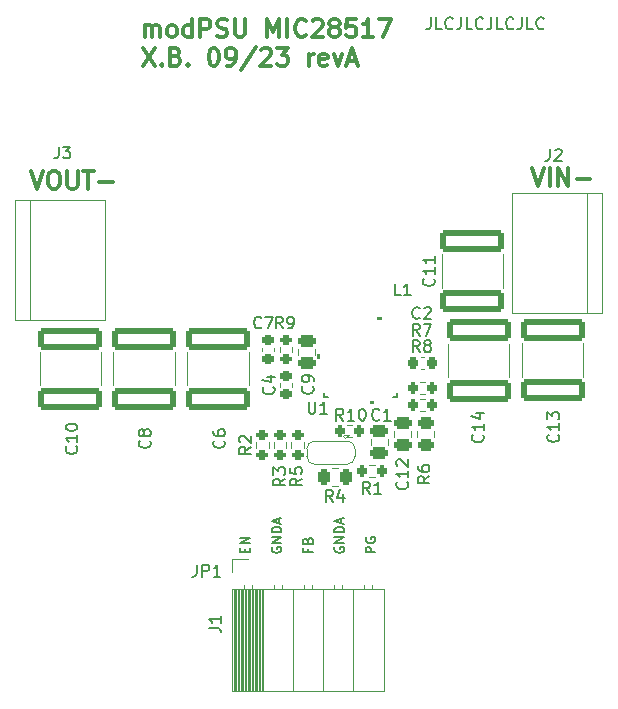
<source format=gto>
%TF.GenerationSoftware,KiCad,Pcbnew,7.0.1-3b83917a11~172~ubuntu22.10.1*%
%TF.CreationDate,2023-09-26T16:25:11+02:00*%
%TF.ProjectId,MIC28517,4d494332-3835-4313-972e-6b696361645f,rev?*%
%TF.SameCoordinates,Original*%
%TF.FileFunction,Legend,Top*%
%TF.FilePolarity,Positive*%
%FSLAX46Y46*%
G04 Gerber Fmt 4.6, Leading zero omitted, Abs format (unit mm)*
G04 Created by KiCad (PCBNEW 7.0.1-3b83917a11~172~ubuntu22.10.1) date 2023-09-26 16:25:11*
%MOMM*%
%LPD*%
G01*
G04 APERTURE LIST*
G04 Aperture macros list*
%AMRoundRect*
0 Rectangle with rounded corners*
0 $1 Rounding radius*
0 $2 $3 $4 $5 $6 $7 $8 $9 X,Y pos of 4 corners*
0 Add a 4 corners polygon primitive as box body*
4,1,4,$2,$3,$4,$5,$6,$7,$8,$9,$2,$3,0*
0 Add four circle primitives for the rounded corners*
1,1,$1+$1,$2,$3*
1,1,$1+$1,$4,$5*
1,1,$1+$1,$6,$7*
1,1,$1+$1,$8,$9*
0 Add four rect primitives between the rounded corners*
20,1,$1+$1,$2,$3,$4,$5,0*
20,1,$1+$1,$4,$5,$6,$7,0*
20,1,$1+$1,$6,$7,$8,$9,0*
20,1,$1+$1,$8,$9,$2,$3,0*%
%AMFreePoly0*
4,1,19,0.550000,-0.750000,0.000000,-0.750000,0.000000,-0.744911,-0.071157,-0.744911,-0.207708,-0.704816,-0.327430,-0.627875,-0.420627,-0.520320,-0.479746,-0.390866,-0.500000,-0.250000,-0.500000,0.250000,-0.479746,0.390866,-0.420627,0.520320,-0.327430,0.627875,-0.207708,0.704816,-0.071157,0.744911,0.000000,0.744911,0.000000,0.750000,0.550000,0.750000,0.550000,-0.750000,0.550000,-0.750000,
$1*%
%AMFreePoly1*
4,1,19,0.000000,0.744911,0.071157,0.744911,0.207708,0.704816,0.327430,0.627875,0.420627,0.520320,0.479746,0.390866,0.500000,0.250000,0.500000,-0.250000,0.479746,-0.390866,0.420627,-0.520320,0.327430,-0.627875,0.207708,-0.704816,0.071157,-0.744911,0.000000,-0.744911,0.000000,-0.750000,-0.550000,-0.750000,-0.550000,0.750000,0.000000,0.750000,0.000000,0.744911,0.000000,0.744911,
$1*%
G04 Aperture macros list end*
%ADD10C,0.150000*%
%ADD11C,0.130000*%
%ADD12C,0.300000*%
%ADD13C,0.120000*%
%ADD14C,0.152400*%
%ADD15FreePoly0,180.000000*%
%ADD16R,1.000000X1.500000*%
%ADD17FreePoly1,180.000000*%
%ADD18RoundRect,0.200000X-0.200000X-0.275000X0.200000X-0.275000X0.200000X0.275000X-0.200000X0.275000X0*%
%ADD19RoundRect,0.200000X-0.275000X0.200000X-0.275000X-0.200000X0.275000X-0.200000X0.275000X0.200000X0*%
%ADD20RoundRect,0.200000X0.200000X0.275000X-0.200000X0.275000X-0.200000X-0.275000X0.200000X-0.275000X0*%
%ADD21RoundRect,0.200000X0.275000X-0.200000X0.275000X0.200000X-0.275000X0.200000X-0.275000X-0.200000X0*%
%ADD22C,8.600000*%
%ADD23C,0.900000*%
%ADD24C,4.300000*%
%ADD25R,0.609600X0.254000*%
%ADD26R,0.254000X0.609600*%
%ADD27R,4.851400X2.362200*%
%ADD28R,2.133600X2.692400*%
%ADD29R,2.387600X2.692400*%
%ADD30R,0.762000X2.032000*%
%ADD31RoundRect,0.250000X0.450000X-0.262500X0.450000X0.262500X-0.450000X0.262500X-0.450000X-0.262500X0*%
%ADD32RoundRect,0.250000X0.262500X0.450000X-0.262500X0.450000X-0.262500X-0.450000X0.262500X-0.450000X0*%
%ADD33R,5.500000X4.250000*%
%ADD34R,3.000000X3.000000*%
%ADD35C,3.000000*%
%ADD36R,1.700000X1.700000*%
%ADD37O,1.700000X1.700000*%
%ADD38RoundRect,0.250000X-2.450000X0.650000X-2.450000X-0.650000X2.450000X-0.650000X2.450000X0.650000X0*%
%ADD39RoundRect,0.250000X-0.475000X0.250000X-0.475000X-0.250000X0.475000X-0.250000X0.475000X0.250000X0*%
%ADD40RoundRect,0.250000X2.450000X-0.650000X2.450000X0.650000X-2.450000X0.650000X-2.450000X-0.650000X0*%
%ADD41RoundRect,0.250000X0.475000X-0.250000X0.475000X0.250000X-0.475000X0.250000X-0.475000X-0.250000X0*%
%ADD42RoundRect,0.225000X-0.250000X0.225000X-0.250000X-0.225000X0.250000X-0.225000X0.250000X0.225000X0*%
%ADD43RoundRect,0.225000X0.250000X-0.225000X0.250000X0.225000X-0.250000X0.225000X-0.250000X-0.225000X0*%
%ADD44RoundRect,0.225000X-0.225000X-0.250000X0.225000X-0.250000X0.225000X0.250000X-0.225000X0.250000X0*%
G04 APERTURE END LIST*
D10*
X185373809Y-51127619D02*
X185373809Y-51841904D01*
X185373809Y-51841904D02*
X185326190Y-51984761D01*
X185326190Y-51984761D02*
X185230952Y-52080000D01*
X185230952Y-52080000D02*
X185088095Y-52127619D01*
X185088095Y-52127619D02*
X184992857Y-52127619D01*
X186326190Y-52127619D02*
X185850000Y-52127619D01*
X185850000Y-52127619D02*
X185850000Y-51127619D01*
X187230952Y-52032380D02*
X187183333Y-52080000D01*
X187183333Y-52080000D02*
X187040476Y-52127619D01*
X187040476Y-52127619D02*
X186945238Y-52127619D01*
X186945238Y-52127619D02*
X186802381Y-52080000D01*
X186802381Y-52080000D02*
X186707143Y-51984761D01*
X186707143Y-51984761D02*
X186659524Y-51889523D01*
X186659524Y-51889523D02*
X186611905Y-51699047D01*
X186611905Y-51699047D02*
X186611905Y-51556190D01*
X186611905Y-51556190D02*
X186659524Y-51365714D01*
X186659524Y-51365714D02*
X186707143Y-51270476D01*
X186707143Y-51270476D02*
X186802381Y-51175238D01*
X186802381Y-51175238D02*
X186945238Y-51127619D01*
X186945238Y-51127619D02*
X187040476Y-51127619D01*
X187040476Y-51127619D02*
X187183333Y-51175238D01*
X187183333Y-51175238D02*
X187230952Y-51222857D01*
X187945238Y-51127619D02*
X187945238Y-51841904D01*
X187945238Y-51841904D02*
X187897619Y-51984761D01*
X187897619Y-51984761D02*
X187802381Y-52080000D01*
X187802381Y-52080000D02*
X187659524Y-52127619D01*
X187659524Y-52127619D02*
X187564286Y-52127619D01*
X188897619Y-52127619D02*
X188421429Y-52127619D01*
X188421429Y-52127619D02*
X188421429Y-51127619D01*
X189802381Y-52032380D02*
X189754762Y-52080000D01*
X189754762Y-52080000D02*
X189611905Y-52127619D01*
X189611905Y-52127619D02*
X189516667Y-52127619D01*
X189516667Y-52127619D02*
X189373810Y-52080000D01*
X189373810Y-52080000D02*
X189278572Y-51984761D01*
X189278572Y-51984761D02*
X189230953Y-51889523D01*
X189230953Y-51889523D02*
X189183334Y-51699047D01*
X189183334Y-51699047D02*
X189183334Y-51556190D01*
X189183334Y-51556190D02*
X189230953Y-51365714D01*
X189230953Y-51365714D02*
X189278572Y-51270476D01*
X189278572Y-51270476D02*
X189373810Y-51175238D01*
X189373810Y-51175238D02*
X189516667Y-51127619D01*
X189516667Y-51127619D02*
X189611905Y-51127619D01*
X189611905Y-51127619D02*
X189754762Y-51175238D01*
X189754762Y-51175238D02*
X189802381Y-51222857D01*
X190516667Y-51127619D02*
X190516667Y-51841904D01*
X190516667Y-51841904D02*
X190469048Y-51984761D01*
X190469048Y-51984761D02*
X190373810Y-52080000D01*
X190373810Y-52080000D02*
X190230953Y-52127619D01*
X190230953Y-52127619D02*
X190135715Y-52127619D01*
X191469048Y-52127619D02*
X190992858Y-52127619D01*
X190992858Y-52127619D02*
X190992858Y-51127619D01*
X192373810Y-52032380D02*
X192326191Y-52080000D01*
X192326191Y-52080000D02*
X192183334Y-52127619D01*
X192183334Y-52127619D02*
X192088096Y-52127619D01*
X192088096Y-52127619D02*
X191945239Y-52080000D01*
X191945239Y-52080000D02*
X191850001Y-51984761D01*
X191850001Y-51984761D02*
X191802382Y-51889523D01*
X191802382Y-51889523D02*
X191754763Y-51699047D01*
X191754763Y-51699047D02*
X191754763Y-51556190D01*
X191754763Y-51556190D02*
X191802382Y-51365714D01*
X191802382Y-51365714D02*
X191850001Y-51270476D01*
X191850001Y-51270476D02*
X191945239Y-51175238D01*
X191945239Y-51175238D02*
X192088096Y-51127619D01*
X192088096Y-51127619D02*
X192183334Y-51127619D01*
X192183334Y-51127619D02*
X192326191Y-51175238D01*
X192326191Y-51175238D02*
X192373810Y-51222857D01*
X193088096Y-51127619D02*
X193088096Y-51841904D01*
X193088096Y-51841904D02*
X193040477Y-51984761D01*
X193040477Y-51984761D02*
X192945239Y-52080000D01*
X192945239Y-52080000D02*
X192802382Y-52127619D01*
X192802382Y-52127619D02*
X192707144Y-52127619D01*
X194040477Y-52127619D02*
X193564287Y-52127619D01*
X193564287Y-52127619D02*
X193564287Y-51127619D01*
X194945239Y-52032380D02*
X194897620Y-52080000D01*
X194897620Y-52080000D02*
X194754763Y-52127619D01*
X194754763Y-52127619D02*
X194659525Y-52127619D01*
X194659525Y-52127619D02*
X194516668Y-52080000D01*
X194516668Y-52080000D02*
X194421430Y-51984761D01*
X194421430Y-51984761D02*
X194373811Y-51889523D01*
X194373811Y-51889523D02*
X194326192Y-51699047D01*
X194326192Y-51699047D02*
X194326192Y-51556190D01*
X194326192Y-51556190D02*
X194373811Y-51365714D01*
X194373811Y-51365714D02*
X194421430Y-51270476D01*
X194421430Y-51270476D02*
X194516668Y-51175238D01*
X194516668Y-51175238D02*
X194659525Y-51127619D01*
X194659525Y-51127619D02*
X194754763Y-51127619D01*
X194754763Y-51127619D02*
X194897620Y-51175238D01*
X194897620Y-51175238D02*
X194945239Y-51222857D01*
D11*
X169642924Y-96404761D02*
X169642924Y-96131428D01*
X170072448Y-96014285D02*
X170072448Y-96404761D01*
X170072448Y-96404761D02*
X169252448Y-96404761D01*
X169252448Y-96404761D02*
X169252448Y-96014285D01*
X170072448Y-95662856D02*
X169252448Y-95662856D01*
X169252448Y-95662856D02*
X170072448Y-95194285D01*
X170072448Y-95194285D02*
X169252448Y-95194285D01*
X171948296Y-95975238D02*
X171909248Y-96053333D01*
X171909248Y-96053333D02*
X171909248Y-96170476D01*
X171909248Y-96170476D02*
X171948296Y-96287619D01*
X171948296Y-96287619D02*
X172026391Y-96365714D01*
X172026391Y-96365714D02*
X172104486Y-96404761D01*
X172104486Y-96404761D02*
X172260677Y-96443809D01*
X172260677Y-96443809D02*
X172377820Y-96443809D01*
X172377820Y-96443809D02*
X172534010Y-96404761D01*
X172534010Y-96404761D02*
X172612105Y-96365714D01*
X172612105Y-96365714D02*
X172690201Y-96287619D01*
X172690201Y-96287619D02*
X172729248Y-96170476D01*
X172729248Y-96170476D02*
X172729248Y-96092380D01*
X172729248Y-96092380D02*
X172690201Y-95975238D01*
X172690201Y-95975238D02*
X172651153Y-95936190D01*
X172651153Y-95936190D02*
X172377820Y-95936190D01*
X172377820Y-95936190D02*
X172377820Y-96092380D01*
X172729248Y-95584761D02*
X171909248Y-95584761D01*
X171909248Y-95584761D02*
X172729248Y-95116190D01*
X172729248Y-95116190D02*
X171909248Y-95116190D01*
X172729248Y-94725713D02*
X171909248Y-94725713D01*
X171909248Y-94725713D02*
X171909248Y-94530475D01*
X171909248Y-94530475D02*
X171948296Y-94413332D01*
X171948296Y-94413332D02*
X172026391Y-94335237D01*
X172026391Y-94335237D02*
X172104486Y-94296190D01*
X172104486Y-94296190D02*
X172260677Y-94257142D01*
X172260677Y-94257142D02*
X172377820Y-94257142D01*
X172377820Y-94257142D02*
X172534010Y-94296190D01*
X172534010Y-94296190D02*
X172612105Y-94335237D01*
X172612105Y-94335237D02*
X172690201Y-94413332D01*
X172690201Y-94413332D02*
X172729248Y-94530475D01*
X172729248Y-94530475D02*
X172729248Y-94725713D01*
X172494962Y-93944761D02*
X172494962Y-93554285D01*
X172729248Y-94022856D02*
X171909248Y-93749523D01*
X171909248Y-93749523D02*
X172729248Y-93476190D01*
X174956524Y-96131428D02*
X174956524Y-96404761D01*
X175386048Y-96404761D02*
X174566048Y-96404761D01*
X174566048Y-96404761D02*
X174566048Y-96014285D01*
X174956524Y-95428571D02*
X174995572Y-95311428D01*
X174995572Y-95311428D02*
X175034620Y-95272381D01*
X175034620Y-95272381D02*
X175112715Y-95233333D01*
X175112715Y-95233333D02*
X175229858Y-95233333D01*
X175229858Y-95233333D02*
X175307953Y-95272381D01*
X175307953Y-95272381D02*
X175347001Y-95311428D01*
X175347001Y-95311428D02*
X175386048Y-95389523D01*
X175386048Y-95389523D02*
X175386048Y-95701904D01*
X175386048Y-95701904D02*
X174566048Y-95701904D01*
X174566048Y-95701904D02*
X174566048Y-95428571D01*
X174566048Y-95428571D02*
X174605096Y-95350476D01*
X174605096Y-95350476D02*
X174644143Y-95311428D01*
X174644143Y-95311428D02*
X174722239Y-95272381D01*
X174722239Y-95272381D02*
X174800334Y-95272381D01*
X174800334Y-95272381D02*
X174878429Y-95311428D01*
X174878429Y-95311428D02*
X174917477Y-95350476D01*
X174917477Y-95350476D02*
X174956524Y-95428571D01*
X174956524Y-95428571D02*
X174956524Y-95701904D01*
X177261896Y-95975238D02*
X177222848Y-96053333D01*
X177222848Y-96053333D02*
X177222848Y-96170476D01*
X177222848Y-96170476D02*
X177261896Y-96287619D01*
X177261896Y-96287619D02*
X177339991Y-96365714D01*
X177339991Y-96365714D02*
X177418086Y-96404761D01*
X177418086Y-96404761D02*
X177574277Y-96443809D01*
X177574277Y-96443809D02*
X177691420Y-96443809D01*
X177691420Y-96443809D02*
X177847610Y-96404761D01*
X177847610Y-96404761D02*
X177925705Y-96365714D01*
X177925705Y-96365714D02*
X178003801Y-96287619D01*
X178003801Y-96287619D02*
X178042848Y-96170476D01*
X178042848Y-96170476D02*
X178042848Y-96092380D01*
X178042848Y-96092380D02*
X178003801Y-95975238D01*
X178003801Y-95975238D02*
X177964753Y-95936190D01*
X177964753Y-95936190D02*
X177691420Y-95936190D01*
X177691420Y-95936190D02*
X177691420Y-96092380D01*
X178042848Y-95584761D02*
X177222848Y-95584761D01*
X177222848Y-95584761D02*
X178042848Y-95116190D01*
X178042848Y-95116190D02*
X177222848Y-95116190D01*
X178042848Y-94725713D02*
X177222848Y-94725713D01*
X177222848Y-94725713D02*
X177222848Y-94530475D01*
X177222848Y-94530475D02*
X177261896Y-94413332D01*
X177261896Y-94413332D02*
X177339991Y-94335237D01*
X177339991Y-94335237D02*
X177418086Y-94296190D01*
X177418086Y-94296190D02*
X177574277Y-94257142D01*
X177574277Y-94257142D02*
X177691420Y-94257142D01*
X177691420Y-94257142D02*
X177847610Y-94296190D01*
X177847610Y-94296190D02*
X177925705Y-94335237D01*
X177925705Y-94335237D02*
X178003801Y-94413332D01*
X178003801Y-94413332D02*
X178042848Y-94530475D01*
X178042848Y-94530475D02*
X178042848Y-94725713D01*
X177808562Y-93944761D02*
X177808562Y-93554285D01*
X178042848Y-94022856D02*
X177222848Y-93749523D01*
X177222848Y-93749523D02*
X178042848Y-93476190D01*
X180699648Y-96404761D02*
X179879648Y-96404761D01*
X179879648Y-96404761D02*
X179879648Y-96092380D01*
X179879648Y-96092380D02*
X179918696Y-96014285D01*
X179918696Y-96014285D02*
X179957743Y-95975238D01*
X179957743Y-95975238D02*
X180035839Y-95936190D01*
X180035839Y-95936190D02*
X180152981Y-95936190D01*
X180152981Y-95936190D02*
X180231077Y-95975238D01*
X180231077Y-95975238D02*
X180270124Y-96014285D01*
X180270124Y-96014285D02*
X180309172Y-96092380D01*
X180309172Y-96092380D02*
X180309172Y-96404761D01*
X179918696Y-95155238D02*
X179879648Y-95233333D01*
X179879648Y-95233333D02*
X179879648Y-95350476D01*
X179879648Y-95350476D02*
X179918696Y-95467619D01*
X179918696Y-95467619D02*
X179996791Y-95545714D01*
X179996791Y-95545714D02*
X180074886Y-95584761D01*
X180074886Y-95584761D02*
X180231077Y-95623809D01*
X180231077Y-95623809D02*
X180348220Y-95623809D01*
X180348220Y-95623809D02*
X180504410Y-95584761D01*
X180504410Y-95584761D02*
X180582505Y-95545714D01*
X180582505Y-95545714D02*
X180660601Y-95467619D01*
X180660601Y-95467619D02*
X180699648Y-95350476D01*
X180699648Y-95350476D02*
X180699648Y-95272380D01*
X180699648Y-95272380D02*
X180660601Y-95155238D01*
X180660601Y-95155238D02*
X180621553Y-95116190D01*
X180621553Y-95116190D02*
X180348220Y-95116190D01*
X180348220Y-95116190D02*
X180348220Y-95272380D01*
D12*
X161157142Y-52786428D02*
X161157142Y-51786428D01*
X161157142Y-51929285D02*
X161228571Y-51857857D01*
X161228571Y-51857857D02*
X161371428Y-51786428D01*
X161371428Y-51786428D02*
X161585714Y-51786428D01*
X161585714Y-51786428D02*
X161728571Y-51857857D01*
X161728571Y-51857857D02*
X161800000Y-52000714D01*
X161800000Y-52000714D02*
X161800000Y-52786428D01*
X161800000Y-52000714D02*
X161871428Y-51857857D01*
X161871428Y-51857857D02*
X162014285Y-51786428D01*
X162014285Y-51786428D02*
X162228571Y-51786428D01*
X162228571Y-51786428D02*
X162371428Y-51857857D01*
X162371428Y-51857857D02*
X162442857Y-52000714D01*
X162442857Y-52000714D02*
X162442857Y-52786428D01*
X163371428Y-52786428D02*
X163228571Y-52715000D01*
X163228571Y-52715000D02*
X163157142Y-52643571D01*
X163157142Y-52643571D02*
X163085714Y-52500714D01*
X163085714Y-52500714D02*
X163085714Y-52072142D01*
X163085714Y-52072142D02*
X163157142Y-51929285D01*
X163157142Y-51929285D02*
X163228571Y-51857857D01*
X163228571Y-51857857D02*
X163371428Y-51786428D01*
X163371428Y-51786428D02*
X163585714Y-51786428D01*
X163585714Y-51786428D02*
X163728571Y-51857857D01*
X163728571Y-51857857D02*
X163800000Y-51929285D01*
X163800000Y-51929285D02*
X163871428Y-52072142D01*
X163871428Y-52072142D02*
X163871428Y-52500714D01*
X163871428Y-52500714D02*
X163800000Y-52643571D01*
X163800000Y-52643571D02*
X163728571Y-52715000D01*
X163728571Y-52715000D02*
X163585714Y-52786428D01*
X163585714Y-52786428D02*
X163371428Y-52786428D01*
X165157143Y-52786428D02*
X165157143Y-51286428D01*
X165157143Y-52715000D02*
X165014285Y-52786428D01*
X165014285Y-52786428D02*
X164728571Y-52786428D01*
X164728571Y-52786428D02*
X164585714Y-52715000D01*
X164585714Y-52715000D02*
X164514285Y-52643571D01*
X164514285Y-52643571D02*
X164442857Y-52500714D01*
X164442857Y-52500714D02*
X164442857Y-52072142D01*
X164442857Y-52072142D02*
X164514285Y-51929285D01*
X164514285Y-51929285D02*
X164585714Y-51857857D01*
X164585714Y-51857857D02*
X164728571Y-51786428D01*
X164728571Y-51786428D02*
X165014285Y-51786428D01*
X165014285Y-51786428D02*
X165157143Y-51857857D01*
X165871428Y-52786428D02*
X165871428Y-51286428D01*
X165871428Y-51286428D02*
X166442857Y-51286428D01*
X166442857Y-51286428D02*
X166585714Y-51357857D01*
X166585714Y-51357857D02*
X166657143Y-51429285D01*
X166657143Y-51429285D02*
X166728571Y-51572142D01*
X166728571Y-51572142D02*
X166728571Y-51786428D01*
X166728571Y-51786428D02*
X166657143Y-51929285D01*
X166657143Y-51929285D02*
X166585714Y-52000714D01*
X166585714Y-52000714D02*
X166442857Y-52072142D01*
X166442857Y-52072142D02*
X165871428Y-52072142D01*
X167300000Y-52715000D02*
X167514286Y-52786428D01*
X167514286Y-52786428D02*
X167871428Y-52786428D01*
X167871428Y-52786428D02*
X168014286Y-52715000D01*
X168014286Y-52715000D02*
X168085714Y-52643571D01*
X168085714Y-52643571D02*
X168157143Y-52500714D01*
X168157143Y-52500714D02*
X168157143Y-52357857D01*
X168157143Y-52357857D02*
X168085714Y-52215000D01*
X168085714Y-52215000D02*
X168014286Y-52143571D01*
X168014286Y-52143571D02*
X167871428Y-52072142D01*
X167871428Y-52072142D02*
X167585714Y-52000714D01*
X167585714Y-52000714D02*
X167442857Y-51929285D01*
X167442857Y-51929285D02*
X167371428Y-51857857D01*
X167371428Y-51857857D02*
X167300000Y-51715000D01*
X167300000Y-51715000D02*
X167300000Y-51572142D01*
X167300000Y-51572142D02*
X167371428Y-51429285D01*
X167371428Y-51429285D02*
X167442857Y-51357857D01*
X167442857Y-51357857D02*
X167585714Y-51286428D01*
X167585714Y-51286428D02*
X167942857Y-51286428D01*
X167942857Y-51286428D02*
X168157143Y-51357857D01*
X168799999Y-51286428D02*
X168799999Y-52500714D01*
X168799999Y-52500714D02*
X168871428Y-52643571D01*
X168871428Y-52643571D02*
X168942857Y-52715000D01*
X168942857Y-52715000D02*
X169085714Y-52786428D01*
X169085714Y-52786428D02*
X169371428Y-52786428D01*
X169371428Y-52786428D02*
X169514285Y-52715000D01*
X169514285Y-52715000D02*
X169585714Y-52643571D01*
X169585714Y-52643571D02*
X169657142Y-52500714D01*
X169657142Y-52500714D02*
X169657142Y-51286428D01*
X171514285Y-52786428D02*
X171514285Y-51286428D01*
X171514285Y-51286428D02*
X172014285Y-52357857D01*
X172014285Y-52357857D02*
X172514285Y-51286428D01*
X172514285Y-51286428D02*
X172514285Y-52786428D01*
X173228571Y-52786428D02*
X173228571Y-51286428D01*
X174800000Y-52643571D02*
X174728572Y-52715000D01*
X174728572Y-52715000D02*
X174514286Y-52786428D01*
X174514286Y-52786428D02*
X174371429Y-52786428D01*
X174371429Y-52786428D02*
X174157143Y-52715000D01*
X174157143Y-52715000D02*
X174014286Y-52572142D01*
X174014286Y-52572142D02*
X173942857Y-52429285D01*
X173942857Y-52429285D02*
X173871429Y-52143571D01*
X173871429Y-52143571D02*
X173871429Y-51929285D01*
X173871429Y-51929285D02*
X173942857Y-51643571D01*
X173942857Y-51643571D02*
X174014286Y-51500714D01*
X174014286Y-51500714D02*
X174157143Y-51357857D01*
X174157143Y-51357857D02*
X174371429Y-51286428D01*
X174371429Y-51286428D02*
X174514286Y-51286428D01*
X174514286Y-51286428D02*
X174728572Y-51357857D01*
X174728572Y-51357857D02*
X174800000Y-51429285D01*
X175371429Y-51429285D02*
X175442857Y-51357857D01*
X175442857Y-51357857D02*
X175585715Y-51286428D01*
X175585715Y-51286428D02*
X175942857Y-51286428D01*
X175942857Y-51286428D02*
X176085715Y-51357857D01*
X176085715Y-51357857D02*
X176157143Y-51429285D01*
X176157143Y-51429285D02*
X176228572Y-51572142D01*
X176228572Y-51572142D02*
X176228572Y-51715000D01*
X176228572Y-51715000D02*
X176157143Y-51929285D01*
X176157143Y-51929285D02*
X175300000Y-52786428D01*
X175300000Y-52786428D02*
X176228572Y-52786428D01*
X177085714Y-51929285D02*
X176942857Y-51857857D01*
X176942857Y-51857857D02*
X176871428Y-51786428D01*
X176871428Y-51786428D02*
X176800000Y-51643571D01*
X176800000Y-51643571D02*
X176800000Y-51572142D01*
X176800000Y-51572142D02*
X176871428Y-51429285D01*
X176871428Y-51429285D02*
X176942857Y-51357857D01*
X176942857Y-51357857D02*
X177085714Y-51286428D01*
X177085714Y-51286428D02*
X177371428Y-51286428D01*
X177371428Y-51286428D02*
X177514286Y-51357857D01*
X177514286Y-51357857D02*
X177585714Y-51429285D01*
X177585714Y-51429285D02*
X177657143Y-51572142D01*
X177657143Y-51572142D02*
X177657143Y-51643571D01*
X177657143Y-51643571D02*
X177585714Y-51786428D01*
X177585714Y-51786428D02*
X177514286Y-51857857D01*
X177514286Y-51857857D02*
X177371428Y-51929285D01*
X177371428Y-51929285D02*
X177085714Y-51929285D01*
X177085714Y-51929285D02*
X176942857Y-52000714D01*
X176942857Y-52000714D02*
X176871428Y-52072142D01*
X176871428Y-52072142D02*
X176800000Y-52215000D01*
X176800000Y-52215000D02*
X176800000Y-52500714D01*
X176800000Y-52500714D02*
X176871428Y-52643571D01*
X176871428Y-52643571D02*
X176942857Y-52715000D01*
X176942857Y-52715000D02*
X177085714Y-52786428D01*
X177085714Y-52786428D02*
X177371428Y-52786428D01*
X177371428Y-52786428D02*
X177514286Y-52715000D01*
X177514286Y-52715000D02*
X177585714Y-52643571D01*
X177585714Y-52643571D02*
X177657143Y-52500714D01*
X177657143Y-52500714D02*
X177657143Y-52215000D01*
X177657143Y-52215000D02*
X177585714Y-52072142D01*
X177585714Y-52072142D02*
X177514286Y-52000714D01*
X177514286Y-52000714D02*
X177371428Y-51929285D01*
X179014285Y-51286428D02*
X178299999Y-51286428D01*
X178299999Y-51286428D02*
X178228571Y-52000714D01*
X178228571Y-52000714D02*
X178299999Y-51929285D01*
X178299999Y-51929285D02*
X178442857Y-51857857D01*
X178442857Y-51857857D02*
X178799999Y-51857857D01*
X178799999Y-51857857D02*
X178942857Y-51929285D01*
X178942857Y-51929285D02*
X179014285Y-52000714D01*
X179014285Y-52000714D02*
X179085714Y-52143571D01*
X179085714Y-52143571D02*
X179085714Y-52500714D01*
X179085714Y-52500714D02*
X179014285Y-52643571D01*
X179014285Y-52643571D02*
X178942857Y-52715000D01*
X178942857Y-52715000D02*
X178799999Y-52786428D01*
X178799999Y-52786428D02*
X178442857Y-52786428D01*
X178442857Y-52786428D02*
X178299999Y-52715000D01*
X178299999Y-52715000D02*
X178228571Y-52643571D01*
X180514285Y-52786428D02*
X179657142Y-52786428D01*
X180085713Y-52786428D02*
X180085713Y-51286428D01*
X180085713Y-51286428D02*
X179942856Y-51500714D01*
X179942856Y-51500714D02*
X179799999Y-51643571D01*
X179799999Y-51643571D02*
X179657142Y-51715000D01*
X181014284Y-51286428D02*
X182014284Y-51286428D01*
X182014284Y-51286428D02*
X181371427Y-52786428D01*
X161014285Y-53716428D02*
X162014285Y-55216428D01*
X162014285Y-53716428D02*
X161014285Y-55216428D01*
X162585713Y-55073571D02*
X162657142Y-55145000D01*
X162657142Y-55145000D02*
X162585713Y-55216428D01*
X162585713Y-55216428D02*
X162514285Y-55145000D01*
X162514285Y-55145000D02*
X162585713Y-55073571D01*
X162585713Y-55073571D02*
X162585713Y-55216428D01*
X163799999Y-54430714D02*
X164014285Y-54502142D01*
X164014285Y-54502142D02*
X164085714Y-54573571D01*
X164085714Y-54573571D02*
X164157142Y-54716428D01*
X164157142Y-54716428D02*
X164157142Y-54930714D01*
X164157142Y-54930714D02*
X164085714Y-55073571D01*
X164085714Y-55073571D02*
X164014285Y-55145000D01*
X164014285Y-55145000D02*
X163871428Y-55216428D01*
X163871428Y-55216428D02*
X163299999Y-55216428D01*
X163299999Y-55216428D02*
X163299999Y-53716428D01*
X163299999Y-53716428D02*
X163799999Y-53716428D01*
X163799999Y-53716428D02*
X163942857Y-53787857D01*
X163942857Y-53787857D02*
X164014285Y-53859285D01*
X164014285Y-53859285D02*
X164085714Y-54002142D01*
X164085714Y-54002142D02*
X164085714Y-54145000D01*
X164085714Y-54145000D02*
X164014285Y-54287857D01*
X164014285Y-54287857D02*
X163942857Y-54359285D01*
X163942857Y-54359285D02*
X163799999Y-54430714D01*
X163799999Y-54430714D02*
X163299999Y-54430714D01*
X164799999Y-55073571D02*
X164871428Y-55145000D01*
X164871428Y-55145000D02*
X164799999Y-55216428D01*
X164799999Y-55216428D02*
X164728571Y-55145000D01*
X164728571Y-55145000D02*
X164799999Y-55073571D01*
X164799999Y-55073571D02*
X164799999Y-55216428D01*
X166942857Y-53716428D02*
X167085714Y-53716428D01*
X167085714Y-53716428D02*
X167228571Y-53787857D01*
X167228571Y-53787857D02*
X167300000Y-53859285D01*
X167300000Y-53859285D02*
X167371428Y-54002142D01*
X167371428Y-54002142D02*
X167442857Y-54287857D01*
X167442857Y-54287857D02*
X167442857Y-54645000D01*
X167442857Y-54645000D02*
X167371428Y-54930714D01*
X167371428Y-54930714D02*
X167300000Y-55073571D01*
X167300000Y-55073571D02*
X167228571Y-55145000D01*
X167228571Y-55145000D02*
X167085714Y-55216428D01*
X167085714Y-55216428D02*
X166942857Y-55216428D01*
X166942857Y-55216428D02*
X166800000Y-55145000D01*
X166800000Y-55145000D02*
X166728571Y-55073571D01*
X166728571Y-55073571D02*
X166657142Y-54930714D01*
X166657142Y-54930714D02*
X166585714Y-54645000D01*
X166585714Y-54645000D02*
X166585714Y-54287857D01*
X166585714Y-54287857D02*
X166657142Y-54002142D01*
X166657142Y-54002142D02*
X166728571Y-53859285D01*
X166728571Y-53859285D02*
X166800000Y-53787857D01*
X166800000Y-53787857D02*
X166942857Y-53716428D01*
X168157142Y-55216428D02*
X168442856Y-55216428D01*
X168442856Y-55216428D02*
X168585713Y-55145000D01*
X168585713Y-55145000D02*
X168657142Y-55073571D01*
X168657142Y-55073571D02*
X168799999Y-54859285D01*
X168799999Y-54859285D02*
X168871428Y-54573571D01*
X168871428Y-54573571D02*
X168871428Y-54002142D01*
X168871428Y-54002142D02*
X168799999Y-53859285D01*
X168799999Y-53859285D02*
X168728571Y-53787857D01*
X168728571Y-53787857D02*
X168585713Y-53716428D01*
X168585713Y-53716428D02*
X168299999Y-53716428D01*
X168299999Y-53716428D02*
X168157142Y-53787857D01*
X168157142Y-53787857D02*
X168085713Y-53859285D01*
X168085713Y-53859285D02*
X168014285Y-54002142D01*
X168014285Y-54002142D02*
X168014285Y-54359285D01*
X168014285Y-54359285D02*
X168085713Y-54502142D01*
X168085713Y-54502142D02*
X168157142Y-54573571D01*
X168157142Y-54573571D02*
X168299999Y-54645000D01*
X168299999Y-54645000D02*
X168585713Y-54645000D01*
X168585713Y-54645000D02*
X168728571Y-54573571D01*
X168728571Y-54573571D02*
X168799999Y-54502142D01*
X168799999Y-54502142D02*
X168871428Y-54359285D01*
X170585713Y-53645000D02*
X169299999Y-55573571D01*
X171014285Y-53859285D02*
X171085713Y-53787857D01*
X171085713Y-53787857D02*
X171228571Y-53716428D01*
X171228571Y-53716428D02*
X171585713Y-53716428D01*
X171585713Y-53716428D02*
X171728571Y-53787857D01*
X171728571Y-53787857D02*
X171799999Y-53859285D01*
X171799999Y-53859285D02*
X171871428Y-54002142D01*
X171871428Y-54002142D02*
X171871428Y-54145000D01*
X171871428Y-54145000D02*
X171799999Y-54359285D01*
X171799999Y-54359285D02*
X170942856Y-55216428D01*
X170942856Y-55216428D02*
X171871428Y-55216428D01*
X172371427Y-53716428D02*
X173299999Y-53716428D01*
X173299999Y-53716428D02*
X172799999Y-54287857D01*
X172799999Y-54287857D02*
X173014284Y-54287857D01*
X173014284Y-54287857D02*
X173157142Y-54359285D01*
X173157142Y-54359285D02*
X173228570Y-54430714D01*
X173228570Y-54430714D02*
X173299999Y-54573571D01*
X173299999Y-54573571D02*
X173299999Y-54930714D01*
X173299999Y-54930714D02*
X173228570Y-55073571D01*
X173228570Y-55073571D02*
X173157142Y-55145000D01*
X173157142Y-55145000D02*
X173014284Y-55216428D01*
X173014284Y-55216428D02*
X172585713Y-55216428D01*
X172585713Y-55216428D02*
X172442856Y-55145000D01*
X172442856Y-55145000D02*
X172371427Y-55073571D01*
X175085712Y-55216428D02*
X175085712Y-54216428D01*
X175085712Y-54502142D02*
X175157141Y-54359285D01*
X175157141Y-54359285D02*
X175228570Y-54287857D01*
X175228570Y-54287857D02*
X175371427Y-54216428D01*
X175371427Y-54216428D02*
X175514284Y-54216428D01*
X176585712Y-55145000D02*
X176442855Y-55216428D01*
X176442855Y-55216428D02*
X176157141Y-55216428D01*
X176157141Y-55216428D02*
X176014283Y-55145000D01*
X176014283Y-55145000D02*
X175942855Y-55002142D01*
X175942855Y-55002142D02*
X175942855Y-54430714D01*
X175942855Y-54430714D02*
X176014283Y-54287857D01*
X176014283Y-54287857D02*
X176157141Y-54216428D01*
X176157141Y-54216428D02*
X176442855Y-54216428D01*
X176442855Y-54216428D02*
X176585712Y-54287857D01*
X176585712Y-54287857D02*
X176657141Y-54430714D01*
X176657141Y-54430714D02*
X176657141Y-54573571D01*
X176657141Y-54573571D02*
X175942855Y-54716428D01*
X177157140Y-54216428D02*
X177514283Y-55216428D01*
X177514283Y-55216428D02*
X177871426Y-54216428D01*
X178371426Y-54787857D02*
X179085712Y-54787857D01*
X178228569Y-55216428D02*
X178728569Y-53716428D01*
X178728569Y-53716428D02*
X179228569Y-55216428D01*
X193942857Y-63916428D02*
X194442857Y-65416428D01*
X194442857Y-65416428D02*
X194942857Y-63916428D01*
X195442856Y-65416428D02*
X195442856Y-63916428D01*
X196157142Y-65416428D02*
X196157142Y-63916428D01*
X196157142Y-63916428D02*
X197014285Y-65416428D01*
X197014285Y-65416428D02*
X197014285Y-63916428D01*
X197728571Y-64845000D02*
X198871429Y-64845000D01*
X151542857Y-64116428D02*
X152042857Y-65616428D01*
X152042857Y-65616428D02*
X152542857Y-64116428D01*
X153328571Y-64116428D02*
X153614285Y-64116428D01*
X153614285Y-64116428D02*
X153757142Y-64187857D01*
X153757142Y-64187857D02*
X153899999Y-64330714D01*
X153899999Y-64330714D02*
X153971428Y-64616428D01*
X153971428Y-64616428D02*
X153971428Y-65116428D01*
X153971428Y-65116428D02*
X153899999Y-65402142D01*
X153899999Y-65402142D02*
X153757142Y-65545000D01*
X153757142Y-65545000D02*
X153614285Y-65616428D01*
X153614285Y-65616428D02*
X153328571Y-65616428D01*
X153328571Y-65616428D02*
X153185714Y-65545000D01*
X153185714Y-65545000D02*
X153042856Y-65402142D01*
X153042856Y-65402142D02*
X152971428Y-65116428D01*
X152971428Y-65116428D02*
X152971428Y-64616428D01*
X152971428Y-64616428D02*
X153042856Y-64330714D01*
X153042856Y-64330714D02*
X153185714Y-64187857D01*
X153185714Y-64187857D02*
X153328571Y-64116428D01*
X154614285Y-64116428D02*
X154614285Y-65330714D01*
X154614285Y-65330714D02*
X154685714Y-65473571D01*
X154685714Y-65473571D02*
X154757143Y-65545000D01*
X154757143Y-65545000D02*
X154900000Y-65616428D01*
X154900000Y-65616428D02*
X155185714Y-65616428D01*
X155185714Y-65616428D02*
X155328571Y-65545000D01*
X155328571Y-65545000D02*
X155400000Y-65473571D01*
X155400000Y-65473571D02*
X155471428Y-65330714D01*
X155471428Y-65330714D02*
X155471428Y-64116428D01*
X155971429Y-64116428D02*
X156828572Y-64116428D01*
X156400000Y-65616428D02*
X156400000Y-64116428D01*
X157328571Y-65045000D02*
X158471429Y-65045000D01*
D10*
%TO.C,JP1*%
X165566666Y-97462619D02*
X165566666Y-98176904D01*
X165566666Y-98176904D02*
X165519047Y-98319761D01*
X165519047Y-98319761D02*
X165423809Y-98415000D01*
X165423809Y-98415000D02*
X165280952Y-98462619D01*
X165280952Y-98462619D02*
X165185714Y-98462619D01*
X166042857Y-98462619D02*
X166042857Y-97462619D01*
X166042857Y-97462619D02*
X166423809Y-97462619D01*
X166423809Y-97462619D02*
X166519047Y-97510238D01*
X166519047Y-97510238D02*
X166566666Y-97557857D01*
X166566666Y-97557857D02*
X166614285Y-97653095D01*
X166614285Y-97653095D02*
X166614285Y-97795952D01*
X166614285Y-97795952D02*
X166566666Y-97891190D01*
X166566666Y-97891190D02*
X166519047Y-97938809D01*
X166519047Y-97938809D02*
X166423809Y-97986428D01*
X166423809Y-97986428D02*
X166042857Y-97986428D01*
X167566666Y-98462619D02*
X166995238Y-98462619D01*
X167280952Y-98462619D02*
X167280952Y-97462619D01*
X167280952Y-97462619D02*
X167185714Y-97605476D01*
X167185714Y-97605476D02*
X167090476Y-97700714D01*
X167090476Y-97700714D02*
X166995238Y-97748333D01*
%TO.C,R10*%
X177957142Y-85262619D02*
X177623809Y-84786428D01*
X177385714Y-85262619D02*
X177385714Y-84262619D01*
X177385714Y-84262619D02*
X177766666Y-84262619D01*
X177766666Y-84262619D02*
X177861904Y-84310238D01*
X177861904Y-84310238D02*
X177909523Y-84357857D01*
X177909523Y-84357857D02*
X177957142Y-84453095D01*
X177957142Y-84453095D02*
X177957142Y-84595952D01*
X177957142Y-84595952D02*
X177909523Y-84691190D01*
X177909523Y-84691190D02*
X177861904Y-84738809D01*
X177861904Y-84738809D02*
X177766666Y-84786428D01*
X177766666Y-84786428D02*
X177385714Y-84786428D01*
X178909523Y-85262619D02*
X178338095Y-85262619D01*
X178623809Y-85262619D02*
X178623809Y-84262619D01*
X178623809Y-84262619D02*
X178528571Y-84405476D01*
X178528571Y-84405476D02*
X178433333Y-84500714D01*
X178433333Y-84500714D02*
X178338095Y-84548333D01*
X179528571Y-84262619D02*
X179623809Y-84262619D01*
X179623809Y-84262619D02*
X179719047Y-84310238D01*
X179719047Y-84310238D02*
X179766666Y-84357857D01*
X179766666Y-84357857D02*
X179814285Y-84453095D01*
X179814285Y-84453095D02*
X179861904Y-84643571D01*
X179861904Y-84643571D02*
X179861904Y-84881666D01*
X179861904Y-84881666D02*
X179814285Y-85072142D01*
X179814285Y-85072142D02*
X179766666Y-85167380D01*
X179766666Y-85167380D02*
X179719047Y-85215000D01*
X179719047Y-85215000D02*
X179623809Y-85262619D01*
X179623809Y-85262619D02*
X179528571Y-85262619D01*
X179528571Y-85262619D02*
X179433333Y-85215000D01*
X179433333Y-85215000D02*
X179385714Y-85167380D01*
X179385714Y-85167380D02*
X179338095Y-85072142D01*
X179338095Y-85072142D02*
X179290476Y-84881666D01*
X179290476Y-84881666D02*
X179290476Y-84643571D01*
X179290476Y-84643571D02*
X179338095Y-84453095D01*
X179338095Y-84453095D02*
X179385714Y-84357857D01*
X179385714Y-84357857D02*
X179433333Y-84310238D01*
X179433333Y-84310238D02*
X179528571Y-84262619D01*
%TO.C,R9*%
X172833333Y-77462619D02*
X172500000Y-76986428D01*
X172261905Y-77462619D02*
X172261905Y-76462619D01*
X172261905Y-76462619D02*
X172642857Y-76462619D01*
X172642857Y-76462619D02*
X172738095Y-76510238D01*
X172738095Y-76510238D02*
X172785714Y-76557857D01*
X172785714Y-76557857D02*
X172833333Y-76653095D01*
X172833333Y-76653095D02*
X172833333Y-76795952D01*
X172833333Y-76795952D02*
X172785714Y-76891190D01*
X172785714Y-76891190D02*
X172738095Y-76938809D01*
X172738095Y-76938809D02*
X172642857Y-76986428D01*
X172642857Y-76986428D02*
X172261905Y-76986428D01*
X173309524Y-77462619D02*
X173500000Y-77462619D01*
X173500000Y-77462619D02*
X173595238Y-77415000D01*
X173595238Y-77415000D02*
X173642857Y-77367380D01*
X173642857Y-77367380D02*
X173738095Y-77224523D01*
X173738095Y-77224523D02*
X173785714Y-77034047D01*
X173785714Y-77034047D02*
X173785714Y-76653095D01*
X173785714Y-76653095D02*
X173738095Y-76557857D01*
X173738095Y-76557857D02*
X173690476Y-76510238D01*
X173690476Y-76510238D02*
X173595238Y-76462619D01*
X173595238Y-76462619D02*
X173404762Y-76462619D01*
X173404762Y-76462619D02*
X173309524Y-76510238D01*
X173309524Y-76510238D02*
X173261905Y-76557857D01*
X173261905Y-76557857D02*
X173214286Y-76653095D01*
X173214286Y-76653095D02*
X173214286Y-76891190D01*
X173214286Y-76891190D02*
X173261905Y-76986428D01*
X173261905Y-76986428D02*
X173309524Y-77034047D01*
X173309524Y-77034047D02*
X173404762Y-77081666D01*
X173404762Y-77081666D02*
X173595238Y-77081666D01*
X173595238Y-77081666D02*
X173690476Y-77034047D01*
X173690476Y-77034047D02*
X173738095Y-76986428D01*
X173738095Y-76986428D02*
X173785714Y-76891190D01*
%TO.C,R8*%
X184433333Y-79462619D02*
X184100000Y-78986428D01*
X183861905Y-79462619D02*
X183861905Y-78462619D01*
X183861905Y-78462619D02*
X184242857Y-78462619D01*
X184242857Y-78462619D02*
X184338095Y-78510238D01*
X184338095Y-78510238D02*
X184385714Y-78557857D01*
X184385714Y-78557857D02*
X184433333Y-78653095D01*
X184433333Y-78653095D02*
X184433333Y-78795952D01*
X184433333Y-78795952D02*
X184385714Y-78891190D01*
X184385714Y-78891190D02*
X184338095Y-78938809D01*
X184338095Y-78938809D02*
X184242857Y-78986428D01*
X184242857Y-78986428D02*
X183861905Y-78986428D01*
X185004762Y-78891190D02*
X184909524Y-78843571D01*
X184909524Y-78843571D02*
X184861905Y-78795952D01*
X184861905Y-78795952D02*
X184814286Y-78700714D01*
X184814286Y-78700714D02*
X184814286Y-78653095D01*
X184814286Y-78653095D02*
X184861905Y-78557857D01*
X184861905Y-78557857D02*
X184909524Y-78510238D01*
X184909524Y-78510238D02*
X185004762Y-78462619D01*
X185004762Y-78462619D02*
X185195238Y-78462619D01*
X185195238Y-78462619D02*
X185290476Y-78510238D01*
X185290476Y-78510238D02*
X185338095Y-78557857D01*
X185338095Y-78557857D02*
X185385714Y-78653095D01*
X185385714Y-78653095D02*
X185385714Y-78700714D01*
X185385714Y-78700714D02*
X185338095Y-78795952D01*
X185338095Y-78795952D02*
X185290476Y-78843571D01*
X185290476Y-78843571D02*
X185195238Y-78891190D01*
X185195238Y-78891190D02*
X185004762Y-78891190D01*
X185004762Y-78891190D02*
X184909524Y-78938809D01*
X184909524Y-78938809D02*
X184861905Y-78986428D01*
X184861905Y-78986428D02*
X184814286Y-79081666D01*
X184814286Y-79081666D02*
X184814286Y-79272142D01*
X184814286Y-79272142D02*
X184861905Y-79367380D01*
X184861905Y-79367380D02*
X184909524Y-79415000D01*
X184909524Y-79415000D02*
X185004762Y-79462619D01*
X185004762Y-79462619D02*
X185195238Y-79462619D01*
X185195238Y-79462619D02*
X185290476Y-79415000D01*
X185290476Y-79415000D02*
X185338095Y-79367380D01*
X185338095Y-79367380D02*
X185385714Y-79272142D01*
X185385714Y-79272142D02*
X185385714Y-79081666D01*
X185385714Y-79081666D02*
X185338095Y-78986428D01*
X185338095Y-78986428D02*
X185290476Y-78938809D01*
X185290476Y-78938809D02*
X185195238Y-78891190D01*
%TO.C,R7*%
X184433333Y-78062619D02*
X184100000Y-77586428D01*
X183861905Y-78062619D02*
X183861905Y-77062619D01*
X183861905Y-77062619D02*
X184242857Y-77062619D01*
X184242857Y-77062619D02*
X184338095Y-77110238D01*
X184338095Y-77110238D02*
X184385714Y-77157857D01*
X184385714Y-77157857D02*
X184433333Y-77253095D01*
X184433333Y-77253095D02*
X184433333Y-77395952D01*
X184433333Y-77395952D02*
X184385714Y-77491190D01*
X184385714Y-77491190D02*
X184338095Y-77538809D01*
X184338095Y-77538809D02*
X184242857Y-77586428D01*
X184242857Y-77586428D02*
X183861905Y-77586428D01*
X184766667Y-77062619D02*
X185433333Y-77062619D01*
X185433333Y-77062619D02*
X185004762Y-78062619D01*
%TO.C,R5*%
X174462619Y-90166666D02*
X173986428Y-90499999D01*
X174462619Y-90738094D02*
X173462619Y-90738094D01*
X173462619Y-90738094D02*
X173462619Y-90357142D01*
X173462619Y-90357142D02*
X173510238Y-90261904D01*
X173510238Y-90261904D02*
X173557857Y-90214285D01*
X173557857Y-90214285D02*
X173653095Y-90166666D01*
X173653095Y-90166666D02*
X173795952Y-90166666D01*
X173795952Y-90166666D02*
X173891190Y-90214285D01*
X173891190Y-90214285D02*
X173938809Y-90261904D01*
X173938809Y-90261904D02*
X173986428Y-90357142D01*
X173986428Y-90357142D02*
X173986428Y-90738094D01*
X173462619Y-89261904D02*
X173462619Y-89738094D01*
X173462619Y-89738094D02*
X173938809Y-89785713D01*
X173938809Y-89785713D02*
X173891190Y-89738094D01*
X173891190Y-89738094D02*
X173843571Y-89642856D01*
X173843571Y-89642856D02*
X173843571Y-89404761D01*
X173843571Y-89404761D02*
X173891190Y-89309523D01*
X173891190Y-89309523D02*
X173938809Y-89261904D01*
X173938809Y-89261904D02*
X174034047Y-89214285D01*
X174034047Y-89214285D02*
X174272142Y-89214285D01*
X174272142Y-89214285D02*
X174367380Y-89261904D01*
X174367380Y-89261904D02*
X174415000Y-89309523D01*
X174415000Y-89309523D02*
X174462619Y-89404761D01*
X174462619Y-89404761D02*
X174462619Y-89642856D01*
X174462619Y-89642856D02*
X174415000Y-89738094D01*
X174415000Y-89738094D02*
X174367380Y-89785713D01*
%TO.C,R3*%
X173062619Y-90166666D02*
X172586428Y-90499999D01*
X173062619Y-90738094D02*
X172062619Y-90738094D01*
X172062619Y-90738094D02*
X172062619Y-90357142D01*
X172062619Y-90357142D02*
X172110238Y-90261904D01*
X172110238Y-90261904D02*
X172157857Y-90214285D01*
X172157857Y-90214285D02*
X172253095Y-90166666D01*
X172253095Y-90166666D02*
X172395952Y-90166666D01*
X172395952Y-90166666D02*
X172491190Y-90214285D01*
X172491190Y-90214285D02*
X172538809Y-90261904D01*
X172538809Y-90261904D02*
X172586428Y-90357142D01*
X172586428Y-90357142D02*
X172586428Y-90738094D01*
X172062619Y-89833332D02*
X172062619Y-89214285D01*
X172062619Y-89214285D02*
X172443571Y-89547618D01*
X172443571Y-89547618D02*
X172443571Y-89404761D01*
X172443571Y-89404761D02*
X172491190Y-89309523D01*
X172491190Y-89309523D02*
X172538809Y-89261904D01*
X172538809Y-89261904D02*
X172634047Y-89214285D01*
X172634047Y-89214285D02*
X172872142Y-89214285D01*
X172872142Y-89214285D02*
X172967380Y-89261904D01*
X172967380Y-89261904D02*
X173015000Y-89309523D01*
X173015000Y-89309523D02*
X173062619Y-89404761D01*
X173062619Y-89404761D02*
X173062619Y-89690475D01*
X173062619Y-89690475D02*
X173015000Y-89785713D01*
X173015000Y-89785713D02*
X172967380Y-89833332D01*
%TO.C,R2*%
X170157619Y-87491666D02*
X169681428Y-87824999D01*
X170157619Y-88063094D02*
X169157619Y-88063094D01*
X169157619Y-88063094D02*
X169157619Y-87682142D01*
X169157619Y-87682142D02*
X169205238Y-87586904D01*
X169205238Y-87586904D02*
X169252857Y-87539285D01*
X169252857Y-87539285D02*
X169348095Y-87491666D01*
X169348095Y-87491666D02*
X169490952Y-87491666D01*
X169490952Y-87491666D02*
X169586190Y-87539285D01*
X169586190Y-87539285D02*
X169633809Y-87586904D01*
X169633809Y-87586904D02*
X169681428Y-87682142D01*
X169681428Y-87682142D02*
X169681428Y-88063094D01*
X169252857Y-87110713D02*
X169205238Y-87063094D01*
X169205238Y-87063094D02*
X169157619Y-86967856D01*
X169157619Y-86967856D02*
X169157619Y-86729761D01*
X169157619Y-86729761D02*
X169205238Y-86634523D01*
X169205238Y-86634523D02*
X169252857Y-86586904D01*
X169252857Y-86586904D02*
X169348095Y-86539285D01*
X169348095Y-86539285D02*
X169443333Y-86539285D01*
X169443333Y-86539285D02*
X169586190Y-86586904D01*
X169586190Y-86586904D02*
X170157619Y-87158332D01*
X170157619Y-87158332D02*
X170157619Y-86539285D01*
%TO.C,R1*%
X180233333Y-91462619D02*
X179900000Y-90986428D01*
X179661905Y-91462619D02*
X179661905Y-90462619D01*
X179661905Y-90462619D02*
X180042857Y-90462619D01*
X180042857Y-90462619D02*
X180138095Y-90510238D01*
X180138095Y-90510238D02*
X180185714Y-90557857D01*
X180185714Y-90557857D02*
X180233333Y-90653095D01*
X180233333Y-90653095D02*
X180233333Y-90795952D01*
X180233333Y-90795952D02*
X180185714Y-90891190D01*
X180185714Y-90891190D02*
X180138095Y-90938809D01*
X180138095Y-90938809D02*
X180042857Y-90986428D01*
X180042857Y-90986428D02*
X179661905Y-90986428D01*
X181185714Y-91462619D02*
X180614286Y-91462619D01*
X180900000Y-91462619D02*
X180900000Y-90462619D01*
X180900000Y-90462619D02*
X180804762Y-90605476D01*
X180804762Y-90605476D02*
X180709524Y-90700714D01*
X180709524Y-90700714D02*
X180614286Y-90748333D01*
%TO.C,U1*%
X175038095Y-83662619D02*
X175038095Y-84472142D01*
X175038095Y-84472142D02*
X175085714Y-84567380D01*
X175085714Y-84567380D02*
X175133333Y-84615000D01*
X175133333Y-84615000D02*
X175228571Y-84662619D01*
X175228571Y-84662619D02*
X175419047Y-84662619D01*
X175419047Y-84662619D02*
X175514285Y-84615000D01*
X175514285Y-84615000D02*
X175561904Y-84567380D01*
X175561904Y-84567380D02*
X175609523Y-84472142D01*
X175609523Y-84472142D02*
X175609523Y-83662619D01*
X176609523Y-84662619D02*
X176038095Y-84662619D01*
X176323809Y-84662619D02*
X176323809Y-83662619D01*
X176323809Y-83662619D02*
X176228571Y-83805476D01*
X176228571Y-83805476D02*
X176133333Y-83900714D01*
X176133333Y-83900714D02*
X176038095Y-83948333D01*
%TO.C,R6*%
X185262619Y-89966666D02*
X184786428Y-90299999D01*
X185262619Y-90538094D02*
X184262619Y-90538094D01*
X184262619Y-90538094D02*
X184262619Y-90157142D01*
X184262619Y-90157142D02*
X184310238Y-90061904D01*
X184310238Y-90061904D02*
X184357857Y-90014285D01*
X184357857Y-90014285D02*
X184453095Y-89966666D01*
X184453095Y-89966666D02*
X184595952Y-89966666D01*
X184595952Y-89966666D02*
X184691190Y-90014285D01*
X184691190Y-90014285D02*
X184738809Y-90061904D01*
X184738809Y-90061904D02*
X184786428Y-90157142D01*
X184786428Y-90157142D02*
X184786428Y-90538094D01*
X184262619Y-89109523D02*
X184262619Y-89299999D01*
X184262619Y-89299999D02*
X184310238Y-89395237D01*
X184310238Y-89395237D02*
X184357857Y-89442856D01*
X184357857Y-89442856D02*
X184500714Y-89538094D01*
X184500714Y-89538094D02*
X184691190Y-89585713D01*
X184691190Y-89585713D02*
X185072142Y-89585713D01*
X185072142Y-89585713D02*
X185167380Y-89538094D01*
X185167380Y-89538094D02*
X185215000Y-89490475D01*
X185215000Y-89490475D02*
X185262619Y-89395237D01*
X185262619Y-89395237D02*
X185262619Y-89204761D01*
X185262619Y-89204761D02*
X185215000Y-89109523D01*
X185215000Y-89109523D02*
X185167380Y-89061904D01*
X185167380Y-89061904D02*
X185072142Y-89014285D01*
X185072142Y-89014285D02*
X184834047Y-89014285D01*
X184834047Y-89014285D02*
X184738809Y-89061904D01*
X184738809Y-89061904D02*
X184691190Y-89109523D01*
X184691190Y-89109523D02*
X184643571Y-89204761D01*
X184643571Y-89204761D02*
X184643571Y-89395237D01*
X184643571Y-89395237D02*
X184691190Y-89490475D01*
X184691190Y-89490475D02*
X184738809Y-89538094D01*
X184738809Y-89538094D02*
X184834047Y-89585713D01*
%TO.C,R4*%
X177095833Y-92137619D02*
X176762500Y-91661428D01*
X176524405Y-92137619D02*
X176524405Y-91137619D01*
X176524405Y-91137619D02*
X176905357Y-91137619D01*
X176905357Y-91137619D02*
X177000595Y-91185238D01*
X177000595Y-91185238D02*
X177048214Y-91232857D01*
X177048214Y-91232857D02*
X177095833Y-91328095D01*
X177095833Y-91328095D02*
X177095833Y-91470952D01*
X177095833Y-91470952D02*
X177048214Y-91566190D01*
X177048214Y-91566190D02*
X177000595Y-91613809D01*
X177000595Y-91613809D02*
X176905357Y-91661428D01*
X176905357Y-91661428D02*
X176524405Y-91661428D01*
X177952976Y-91470952D02*
X177952976Y-92137619D01*
X177714881Y-91090000D02*
X177476786Y-91804285D01*
X177476786Y-91804285D02*
X178095833Y-91804285D01*
%TO.C,L1*%
X182833333Y-74662619D02*
X182357143Y-74662619D01*
X182357143Y-74662619D02*
X182357143Y-73662619D01*
X183690476Y-74662619D02*
X183119048Y-74662619D01*
X183404762Y-74662619D02*
X183404762Y-73662619D01*
X183404762Y-73662619D02*
X183309524Y-73805476D01*
X183309524Y-73805476D02*
X183214286Y-73900714D01*
X183214286Y-73900714D02*
X183119048Y-73948333D01*
%TO.C,J3*%
X153866666Y-62062619D02*
X153866666Y-62776904D01*
X153866666Y-62776904D02*
X153819047Y-62919761D01*
X153819047Y-62919761D02*
X153723809Y-63015000D01*
X153723809Y-63015000D02*
X153580952Y-63062619D01*
X153580952Y-63062619D02*
X153485714Y-63062619D01*
X154247619Y-62062619D02*
X154866666Y-62062619D01*
X154866666Y-62062619D02*
X154533333Y-62443571D01*
X154533333Y-62443571D02*
X154676190Y-62443571D01*
X154676190Y-62443571D02*
X154771428Y-62491190D01*
X154771428Y-62491190D02*
X154819047Y-62538809D01*
X154819047Y-62538809D02*
X154866666Y-62634047D01*
X154866666Y-62634047D02*
X154866666Y-62872142D01*
X154866666Y-62872142D02*
X154819047Y-62967380D01*
X154819047Y-62967380D02*
X154771428Y-63015000D01*
X154771428Y-63015000D02*
X154676190Y-63062619D01*
X154676190Y-63062619D02*
X154390476Y-63062619D01*
X154390476Y-63062619D02*
X154295238Y-63015000D01*
X154295238Y-63015000D02*
X154247619Y-62967380D01*
%TO.C,J2*%
X195466666Y-62262619D02*
X195466666Y-62976904D01*
X195466666Y-62976904D02*
X195419047Y-63119761D01*
X195419047Y-63119761D02*
X195323809Y-63215000D01*
X195323809Y-63215000D02*
X195180952Y-63262619D01*
X195180952Y-63262619D02*
X195085714Y-63262619D01*
X195895238Y-62357857D02*
X195942857Y-62310238D01*
X195942857Y-62310238D02*
X196038095Y-62262619D01*
X196038095Y-62262619D02*
X196276190Y-62262619D01*
X196276190Y-62262619D02*
X196371428Y-62310238D01*
X196371428Y-62310238D02*
X196419047Y-62357857D01*
X196419047Y-62357857D02*
X196466666Y-62453095D01*
X196466666Y-62453095D02*
X196466666Y-62548333D01*
X196466666Y-62548333D02*
X196419047Y-62691190D01*
X196419047Y-62691190D02*
X195847619Y-63262619D01*
X195847619Y-63262619D02*
X196466666Y-63262619D01*
%TO.C,J1*%
X166592619Y-102813333D02*
X167306904Y-102813333D01*
X167306904Y-102813333D02*
X167449761Y-102860952D01*
X167449761Y-102860952D02*
X167545000Y-102956190D01*
X167545000Y-102956190D02*
X167592619Y-103099047D01*
X167592619Y-103099047D02*
X167592619Y-103194285D01*
X167592619Y-101813333D02*
X167592619Y-102384761D01*
X167592619Y-102099047D02*
X166592619Y-102099047D01*
X166592619Y-102099047D02*
X166735476Y-102194285D01*
X166735476Y-102194285D02*
X166830714Y-102289523D01*
X166830714Y-102289523D02*
X166878333Y-102384761D01*
%TO.C,C14*%
X189767380Y-86467857D02*
X189815000Y-86515476D01*
X189815000Y-86515476D02*
X189862619Y-86658333D01*
X189862619Y-86658333D02*
X189862619Y-86753571D01*
X189862619Y-86753571D02*
X189815000Y-86896428D01*
X189815000Y-86896428D02*
X189719761Y-86991666D01*
X189719761Y-86991666D02*
X189624523Y-87039285D01*
X189624523Y-87039285D02*
X189434047Y-87086904D01*
X189434047Y-87086904D02*
X189291190Y-87086904D01*
X189291190Y-87086904D02*
X189100714Y-87039285D01*
X189100714Y-87039285D02*
X189005476Y-86991666D01*
X189005476Y-86991666D02*
X188910238Y-86896428D01*
X188910238Y-86896428D02*
X188862619Y-86753571D01*
X188862619Y-86753571D02*
X188862619Y-86658333D01*
X188862619Y-86658333D02*
X188910238Y-86515476D01*
X188910238Y-86515476D02*
X188957857Y-86467857D01*
X189862619Y-85515476D02*
X189862619Y-86086904D01*
X189862619Y-85801190D02*
X188862619Y-85801190D01*
X188862619Y-85801190D02*
X189005476Y-85896428D01*
X189005476Y-85896428D02*
X189100714Y-85991666D01*
X189100714Y-85991666D02*
X189148333Y-86086904D01*
X189195952Y-84658333D02*
X189862619Y-84658333D01*
X188815000Y-84896428D02*
X189529285Y-85134523D01*
X189529285Y-85134523D02*
X189529285Y-84515476D01*
%TO.C,C13*%
X196167380Y-86442857D02*
X196215000Y-86490476D01*
X196215000Y-86490476D02*
X196262619Y-86633333D01*
X196262619Y-86633333D02*
X196262619Y-86728571D01*
X196262619Y-86728571D02*
X196215000Y-86871428D01*
X196215000Y-86871428D02*
X196119761Y-86966666D01*
X196119761Y-86966666D02*
X196024523Y-87014285D01*
X196024523Y-87014285D02*
X195834047Y-87061904D01*
X195834047Y-87061904D02*
X195691190Y-87061904D01*
X195691190Y-87061904D02*
X195500714Y-87014285D01*
X195500714Y-87014285D02*
X195405476Y-86966666D01*
X195405476Y-86966666D02*
X195310238Y-86871428D01*
X195310238Y-86871428D02*
X195262619Y-86728571D01*
X195262619Y-86728571D02*
X195262619Y-86633333D01*
X195262619Y-86633333D02*
X195310238Y-86490476D01*
X195310238Y-86490476D02*
X195357857Y-86442857D01*
X196262619Y-85490476D02*
X196262619Y-86061904D01*
X196262619Y-85776190D02*
X195262619Y-85776190D01*
X195262619Y-85776190D02*
X195405476Y-85871428D01*
X195405476Y-85871428D02*
X195500714Y-85966666D01*
X195500714Y-85966666D02*
X195548333Y-86061904D01*
X195262619Y-85157142D02*
X195262619Y-84538095D01*
X195262619Y-84538095D02*
X195643571Y-84871428D01*
X195643571Y-84871428D02*
X195643571Y-84728571D01*
X195643571Y-84728571D02*
X195691190Y-84633333D01*
X195691190Y-84633333D02*
X195738809Y-84585714D01*
X195738809Y-84585714D02*
X195834047Y-84538095D01*
X195834047Y-84538095D02*
X196072142Y-84538095D01*
X196072142Y-84538095D02*
X196167380Y-84585714D01*
X196167380Y-84585714D02*
X196215000Y-84633333D01*
X196215000Y-84633333D02*
X196262619Y-84728571D01*
X196262619Y-84728571D02*
X196262619Y-85014285D01*
X196262619Y-85014285D02*
X196215000Y-85109523D01*
X196215000Y-85109523D02*
X196167380Y-85157142D01*
%TO.C,C12*%
X183367380Y-90442857D02*
X183415000Y-90490476D01*
X183415000Y-90490476D02*
X183462619Y-90633333D01*
X183462619Y-90633333D02*
X183462619Y-90728571D01*
X183462619Y-90728571D02*
X183415000Y-90871428D01*
X183415000Y-90871428D02*
X183319761Y-90966666D01*
X183319761Y-90966666D02*
X183224523Y-91014285D01*
X183224523Y-91014285D02*
X183034047Y-91061904D01*
X183034047Y-91061904D02*
X182891190Y-91061904D01*
X182891190Y-91061904D02*
X182700714Y-91014285D01*
X182700714Y-91014285D02*
X182605476Y-90966666D01*
X182605476Y-90966666D02*
X182510238Y-90871428D01*
X182510238Y-90871428D02*
X182462619Y-90728571D01*
X182462619Y-90728571D02*
X182462619Y-90633333D01*
X182462619Y-90633333D02*
X182510238Y-90490476D01*
X182510238Y-90490476D02*
X182557857Y-90442857D01*
X183462619Y-89490476D02*
X183462619Y-90061904D01*
X183462619Y-89776190D02*
X182462619Y-89776190D01*
X182462619Y-89776190D02*
X182605476Y-89871428D01*
X182605476Y-89871428D02*
X182700714Y-89966666D01*
X182700714Y-89966666D02*
X182748333Y-90061904D01*
X182557857Y-89109523D02*
X182510238Y-89061904D01*
X182510238Y-89061904D02*
X182462619Y-88966666D01*
X182462619Y-88966666D02*
X182462619Y-88728571D01*
X182462619Y-88728571D02*
X182510238Y-88633333D01*
X182510238Y-88633333D02*
X182557857Y-88585714D01*
X182557857Y-88585714D02*
X182653095Y-88538095D01*
X182653095Y-88538095D02*
X182748333Y-88538095D01*
X182748333Y-88538095D02*
X182891190Y-88585714D01*
X182891190Y-88585714D02*
X183462619Y-89157142D01*
X183462619Y-89157142D02*
X183462619Y-88538095D01*
%TO.C,C11*%
X185617380Y-73242857D02*
X185665000Y-73290476D01*
X185665000Y-73290476D02*
X185712619Y-73433333D01*
X185712619Y-73433333D02*
X185712619Y-73528571D01*
X185712619Y-73528571D02*
X185665000Y-73671428D01*
X185665000Y-73671428D02*
X185569761Y-73766666D01*
X185569761Y-73766666D02*
X185474523Y-73814285D01*
X185474523Y-73814285D02*
X185284047Y-73861904D01*
X185284047Y-73861904D02*
X185141190Y-73861904D01*
X185141190Y-73861904D02*
X184950714Y-73814285D01*
X184950714Y-73814285D02*
X184855476Y-73766666D01*
X184855476Y-73766666D02*
X184760238Y-73671428D01*
X184760238Y-73671428D02*
X184712619Y-73528571D01*
X184712619Y-73528571D02*
X184712619Y-73433333D01*
X184712619Y-73433333D02*
X184760238Y-73290476D01*
X184760238Y-73290476D02*
X184807857Y-73242857D01*
X185712619Y-72290476D02*
X185712619Y-72861904D01*
X185712619Y-72576190D02*
X184712619Y-72576190D01*
X184712619Y-72576190D02*
X184855476Y-72671428D01*
X184855476Y-72671428D02*
X184950714Y-72766666D01*
X184950714Y-72766666D02*
X184998333Y-72861904D01*
X185712619Y-71338095D02*
X185712619Y-71909523D01*
X185712619Y-71623809D02*
X184712619Y-71623809D01*
X184712619Y-71623809D02*
X184855476Y-71719047D01*
X184855476Y-71719047D02*
X184950714Y-71814285D01*
X184950714Y-71814285D02*
X184998333Y-71909523D01*
%TO.C,C10*%
X155367380Y-87442857D02*
X155415000Y-87490476D01*
X155415000Y-87490476D02*
X155462619Y-87633333D01*
X155462619Y-87633333D02*
X155462619Y-87728571D01*
X155462619Y-87728571D02*
X155415000Y-87871428D01*
X155415000Y-87871428D02*
X155319761Y-87966666D01*
X155319761Y-87966666D02*
X155224523Y-88014285D01*
X155224523Y-88014285D02*
X155034047Y-88061904D01*
X155034047Y-88061904D02*
X154891190Y-88061904D01*
X154891190Y-88061904D02*
X154700714Y-88014285D01*
X154700714Y-88014285D02*
X154605476Y-87966666D01*
X154605476Y-87966666D02*
X154510238Y-87871428D01*
X154510238Y-87871428D02*
X154462619Y-87728571D01*
X154462619Y-87728571D02*
X154462619Y-87633333D01*
X154462619Y-87633333D02*
X154510238Y-87490476D01*
X154510238Y-87490476D02*
X154557857Y-87442857D01*
X155462619Y-86490476D02*
X155462619Y-87061904D01*
X155462619Y-86776190D02*
X154462619Y-86776190D01*
X154462619Y-86776190D02*
X154605476Y-86871428D01*
X154605476Y-86871428D02*
X154700714Y-86966666D01*
X154700714Y-86966666D02*
X154748333Y-87061904D01*
X154462619Y-85871428D02*
X154462619Y-85776190D01*
X154462619Y-85776190D02*
X154510238Y-85680952D01*
X154510238Y-85680952D02*
X154557857Y-85633333D01*
X154557857Y-85633333D02*
X154653095Y-85585714D01*
X154653095Y-85585714D02*
X154843571Y-85538095D01*
X154843571Y-85538095D02*
X155081666Y-85538095D01*
X155081666Y-85538095D02*
X155272142Y-85585714D01*
X155272142Y-85585714D02*
X155367380Y-85633333D01*
X155367380Y-85633333D02*
X155415000Y-85680952D01*
X155415000Y-85680952D02*
X155462619Y-85776190D01*
X155462619Y-85776190D02*
X155462619Y-85871428D01*
X155462619Y-85871428D02*
X155415000Y-85966666D01*
X155415000Y-85966666D02*
X155367380Y-86014285D01*
X155367380Y-86014285D02*
X155272142Y-86061904D01*
X155272142Y-86061904D02*
X155081666Y-86109523D01*
X155081666Y-86109523D02*
X154843571Y-86109523D01*
X154843571Y-86109523D02*
X154653095Y-86061904D01*
X154653095Y-86061904D02*
X154557857Y-86014285D01*
X154557857Y-86014285D02*
X154510238Y-85966666D01*
X154510238Y-85966666D02*
X154462619Y-85871428D01*
%TO.C,C9*%
X175367380Y-82366666D02*
X175415000Y-82414285D01*
X175415000Y-82414285D02*
X175462619Y-82557142D01*
X175462619Y-82557142D02*
X175462619Y-82652380D01*
X175462619Y-82652380D02*
X175415000Y-82795237D01*
X175415000Y-82795237D02*
X175319761Y-82890475D01*
X175319761Y-82890475D02*
X175224523Y-82938094D01*
X175224523Y-82938094D02*
X175034047Y-82985713D01*
X175034047Y-82985713D02*
X174891190Y-82985713D01*
X174891190Y-82985713D02*
X174700714Y-82938094D01*
X174700714Y-82938094D02*
X174605476Y-82890475D01*
X174605476Y-82890475D02*
X174510238Y-82795237D01*
X174510238Y-82795237D02*
X174462619Y-82652380D01*
X174462619Y-82652380D02*
X174462619Y-82557142D01*
X174462619Y-82557142D02*
X174510238Y-82414285D01*
X174510238Y-82414285D02*
X174557857Y-82366666D01*
X175462619Y-81890475D02*
X175462619Y-81699999D01*
X175462619Y-81699999D02*
X175415000Y-81604761D01*
X175415000Y-81604761D02*
X175367380Y-81557142D01*
X175367380Y-81557142D02*
X175224523Y-81461904D01*
X175224523Y-81461904D02*
X175034047Y-81414285D01*
X175034047Y-81414285D02*
X174653095Y-81414285D01*
X174653095Y-81414285D02*
X174557857Y-81461904D01*
X174557857Y-81461904D02*
X174510238Y-81509523D01*
X174510238Y-81509523D02*
X174462619Y-81604761D01*
X174462619Y-81604761D02*
X174462619Y-81795237D01*
X174462619Y-81795237D02*
X174510238Y-81890475D01*
X174510238Y-81890475D02*
X174557857Y-81938094D01*
X174557857Y-81938094D02*
X174653095Y-81985713D01*
X174653095Y-81985713D02*
X174891190Y-81985713D01*
X174891190Y-81985713D02*
X174986428Y-81938094D01*
X174986428Y-81938094D02*
X175034047Y-81890475D01*
X175034047Y-81890475D02*
X175081666Y-81795237D01*
X175081666Y-81795237D02*
X175081666Y-81604761D01*
X175081666Y-81604761D02*
X175034047Y-81509523D01*
X175034047Y-81509523D02*
X174986428Y-81461904D01*
X174986428Y-81461904D02*
X174891190Y-81414285D01*
%TO.C,C8*%
X161567380Y-86966666D02*
X161615000Y-87014285D01*
X161615000Y-87014285D02*
X161662619Y-87157142D01*
X161662619Y-87157142D02*
X161662619Y-87252380D01*
X161662619Y-87252380D02*
X161615000Y-87395237D01*
X161615000Y-87395237D02*
X161519761Y-87490475D01*
X161519761Y-87490475D02*
X161424523Y-87538094D01*
X161424523Y-87538094D02*
X161234047Y-87585713D01*
X161234047Y-87585713D02*
X161091190Y-87585713D01*
X161091190Y-87585713D02*
X160900714Y-87538094D01*
X160900714Y-87538094D02*
X160805476Y-87490475D01*
X160805476Y-87490475D02*
X160710238Y-87395237D01*
X160710238Y-87395237D02*
X160662619Y-87252380D01*
X160662619Y-87252380D02*
X160662619Y-87157142D01*
X160662619Y-87157142D02*
X160710238Y-87014285D01*
X160710238Y-87014285D02*
X160757857Y-86966666D01*
X161091190Y-86395237D02*
X161043571Y-86490475D01*
X161043571Y-86490475D02*
X160995952Y-86538094D01*
X160995952Y-86538094D02*
X160900714Y-86585713D01*
X160900714Y-86585713D02*
X160853095Y-86585713D01*
X160853095Y-86585713D02*
X160757857Y-86538094D01*
X160757857Y-86538094D02*
X160710238Y-86490475D01*
X160710238Y-86490475D02*
X160662619Y-86395237D01*
X160662619Y-86395237D02*
X160662619Y-86204761D01*
X160662619Y-86204761D02*
X160710238Y-86109523D01*
X160710238Y-86109523D02*
X160757857Y-86061904D01*
X160757857Y-86061904D02*
X160853095Y-86014285D01*
X160853095Y-86014285D02*
X160900714Y-86014285D01*
X160900714Y-86014285D02*
X160995952Y-86061904D01*
X160995952Y-86061904D02*
X161043571Y-86109523D01*
X161043571Y-86109523D02*
X161091190Y-86204761D01*
X161091190Y-86204761D02*
X161091190Y-86395237D01*
X161091190Y-86395237D02*
X161138809Y-86490475D01*
X161138809Y-86490475D02*
X161186428Y-86538094D01*
X161186428Y-86538094D02*
X161281666Y-86585713D01*
X161281666Y-86585713D02*
X161472142Y-86585713D01*
X161472142Y-86585713D02*
X161567380Y-86538094D01*
X161567380Y-86538094D02*
X161615000Y-86490475D01*
X161615000Y-86490475D02*
X161662619Y-86395237D01*
X161662619Y-86395237D02*
X161662619Y-86204761D01*
X161662619Y-86204761D02*
X161615000Y-86109523D01*
X161615000Y-86109523D02*
X161567380Y-86061904D01*
X161567380Y-86061904D02*
X161472142Y-86014285D01*
X161472142Y-86014285D02*
X161281666Y-86014285D01*
X161281666Y-86014285D02*
X161186428Y-86061904D01*
X161186428Y-86061904D02*
X161138809Y-86109523D01*
X161138809Y-86109523D02*
X161091190Y-86204761D01*
%TO.C,C7*%
X171033333Y-77367380D02*
X170985714Y-77415000D01*
X170985714Y-77415000D02*
X170842857Y-77462619D01*
X170842857Y-77462619D02*
X170747619Y-77462619D01*
X170747619Y-77462619D02*
X170604762Y-77415000D01*
X170604762Y-77415000D02*
X170509524Y-77319761D01*
X170509524Y-77319761D02*
X170461905Y-77224523D01*
X170461905Y-77224523D02*
X170414286Y-77034047D01*
X170414286Y-77034047D02*
X170414286Y-76891190D01*
X170414286Y-76891190D02*
X170461905Y-76700714D01*
X170461905Y-76700714D02*
X170509524Y-76605476D01*
X170509524Y-76605476D02*
X170604762Y-76510238D01*
X170604762Y-76510238D02*
X170747619Y-76462619D01*
X170747619Y-76462619D02*
X170842857Y-76462619D01*
X170842857Y-76462619D02*
X170985714Y-76510238D01*
X170985714Y-76510238D02*
X171033333Y-76557857D01*
X171366667Y-76462619D02*
X172033333Y-76462619D01*
X172033333Y-76462619D02*
X171604762Y-77462619D01*
%TO.C,C6*%
X167867380Y-86966666D02*
X167915000Y-87014285D01*
X167915000Y-87014285D02*
X167962619Y-87157142D01*
X167962619Y-87157142D02*
X167962619Y-87252380D01*
X167962619Y-87252380D02*
X167915000Y-87395237D01*
X167915000Y-87395237D02*
X167819761Y-87490475D01*
X167819761Y-87490475D02*
X167724523Y-87538094D01*
X167724523Y-87538094D02*
X167534047Y-87585713D01*
X167534047Y-87585713D02*
X167391190Y-87585713D01*
X167391190Y-87585713D02*
X167200714Y-87538094D01*
X167200714Y-87538094D02*
X167105476Y-87490475D01*
X167105476Y-87490475D02*
X167010238Y-87395237D01*
X167010238Y-87395237D02*
X166962619Y-87252380D01*
X166962619Y-87252380D02*
X166962619Y-87157142D01*
X166962619Y-87157142D02*
X167010238Y-87014285D01*
X167010238Y-87014285D02*
X167057857Y-86966666D01*
X166962619Y-86109523D02*
X166962619Y-86299999D01*
X166962619Y-86299999D02*
X167010238Y-86395237D01*
X167010238Y-86395237D02*
X167057857Y-86442856D01*
X167057857Y-86442856D02*
X167200714Y-86538094D01*
X167200714Y-86538094D02*
X167391190Y-86585713D01*
X167391190Y-86585713D02*
X167772142Y-86585713D01*
X167772142Y-86585713D02*
X167867380Y-86538094D01*
X167867380Y-86538094D02*
X167915000Y-86490475D01*
X167915000Y-86490475D02*
X167962619Y-86395237D01*
X167962619Y-86395237D02*
X167962619Y-86204761D01*
X167962619Y-86204761D02*
X167915000Y-86109523D01*
X167915000Y-86109523D02*
X167867380Y-86061904D01*
X167867380Y-86061904D02*
X167772142Y-86014285D01*
X167772142Y-86014285D02*
X167534047Y-86014285D01*
X167534047Y-86014285D02*
X167438809Y-86061904D01*
X167438809Y-86061904D02*
X167391190Y-86109523D01*
X167391190Y-86109523D02*
X167343571Y-86204761D01*
X167343571Y-86204761D02*
X167343571Y-86395237D01*
X167343571Y-86395237D02*
X167391190Y-86490475D01*
X167391190Y-86490475D02*
X167438809Y-86538094D01*
X167438809Y-86538094D02*
X167534047Y-86585713D01*
%TO.C,C4*%
X172062380Y-82416666D02*
X172110000Y-82464285D01*
X172110000Y-82464285D02*
X172157619Y-82607142D01*
X172157619Y-82607142D02*
X172157619Y-82702380D01*
X172157619Y-82702380D02*
X172110000Y-82845237D01*
X172110000Y-82845237D02*
X172014761Y-82940475D01*
X172014761Y-82940475D02*
X171919523Y-82988094D01*
X171919523Y-82988094D02*
X171729047Y-83035713D01*
X171729047Y-83035713D02*
X171586190Y-83035713D01*
X171586190Y-83035713D02*
X171395714Y-82988094D01*
X171395714Y-82988094D02*
X171300476Y-82940475D01*
X171300476Y-82940475D02*
X171205238Y-82845237D01*
X171205238Y-82845237D02*
X171157619Y-82702380D01*
X171157619Y-82702380D02*
X171157619Y-82607142D01*
X171157619Y-82607142D02*
X171205238Y-82464285D01*
X171205238Y-82464285D02*
X171252857Y-82416666D01*
X171490952Y-81559523D02*
X172157619Y-81559523D01*
X171110000Y-81797618D02*
X171824285Y-82035713D01*
X171824285Y-82035713D02*
X171824285Y-81416666D01*
%TO.C,C2*%
X184433333Y-76567380D02*
X184385714Y-76615000D01*
X184385714Y-76615000D02*
X184242857Y-76662619D01*
X184242857Y-76662619D02*
X184147619Y-76662619D01*
X184147619Y-76662619D02*
X184004762Y-76615000D01*
X184004762Y-76615000D02*
X183909524Y-76519761D01*
X183909524Y-76519761D02*
X183861905Y-76424523D01*
X183861905Y-76424523D02*
X183814286Y-76234047D01*
X183814286Y-76234047D02*
X183814286Y-76091190D01*
X183814286Y-76091190D02*
X183861905Y-75900714D01*
X183861905Y-75900714D02*
X183909524Y-75805476D01*
X183909524Y-75805476D02*
X184004762Y-75710238D01*
X184004762Y-75710238D02*
X184147619Y-75662619D01*
X184147619Y-75662619D02*
X184242857Y-75662619D01*
X184242857Y-75662619D02*
X184385714Y-75710238D01*
X184385714Y-75710238D02*
X184433333Y-75757857D01*
X184814286Y-75757857D02*
X184861905Y-75710238D01*
X184861905Y-75710238D02*
X184957143Y-75662619D01*
X184957143Y-75662619D02*
X185195238Y-75662619D01*
X185195238Y-75662619D02*
X185290476Y-75710238D01*
X185290476Y-75710238D02*
X185338095Y-75757857D01*
X185338095Y-75757857D02*
X185385714Y-75853095D01*
X185385714Y-75853095D02*
X185385714Y-75948333D01*
X185385714Y-75948333D02*
X185338095Y-76091190D01*
X185338095Y-76091190D02*
X184766667Y-76662619D01*
X184766667Y-76662619D02*
X185385714Y-76662619D01*
%TO.C,C1*%
X181033333Y-85167380D02*
X180985714Y-85215000D01*
X180985714Y-85215000D02*
X180842857Y-85262619D01*
X180842857Y-85262619D02*
X180747619Y-85262619D01*
X180747619Y-85262619D02*
X180604762Y-85215000D01*
X180604762Y-85215000D02*
X180509524Y-85119761D01*
X180509524Y-85119761D02*
X180461905Y-85024523D01*
X180461905Y-85024523D02*
X180414286Y-84834047D01*
X180414286Y-84834047D02*
X180414286Y-84691190D01*
X180414286Y-84691190D02*
X180461905Y-84500714D01*
X180461905Y-84500714D02*
X180509524Y-84405476D01*
X180509524Y-84405476D02*
X180604762Y-84310238D01*
X180604762Y-84310238D02*
X180747619Y-84262619D01*
X180747619Y-84262619D02*
X180842857Y-84262619D01*
X180842857Y-84262619D02*
X180985714Y-84310238D01*
X180985714Y-84310238D02*
X181033333Y-84357857D01*
X181985714Y-85262619D02*
X181414286Y-85262619D01*
X181700000Y-85262619D02*
X181700000Y-84262619D01*
X181700000Y-84262619D02*
X181604762Y-84405476D01*
X181604762Y-84405476D02*
X181509524Y-84500714D01*
X181509524Y-84500714D02*
X181414286Y-84548333D01*
D13*
%TO.C,JP1*%
X178125000Y-86775000D02*
X177825000Y-86475000D01*
X178425000Y-86475000D02*
X177825000Y-86475000D01*
X174875000Y-88275000D02*
X174875000Y-87675000D01*
X178325000Y-88975000D02*
X175525000Y-88975000D01*
X178975000Y-87675000D02*
X178975000Y-88275000D01*
X175525000Y-86975000D02*
X178325000Y-86975000D01*
X178125000Y-86775000D02*
X178425000Y-86475000D01*
X178275000Y-88975000D02*
G75*
G03*
X178975000Y-88275000I1J699999D01*
G01*
X178975000Y-87675000D02*
G75*
G03*
X178275000Y-86975000I-699999J1D01*
G01*
X175575000Y-86975000D02*
G75*
G03*
X174875000Y-87675000I0J-700000D01*
G01*
X174875000Y-88275000D02*
G75*
G03*
X175575000Y-88975000I700000J0D01*
G01*
%TO.C,R10*%
X178262742Y-86647500D02*
X178737258Y-86647500D01*
X178262742Y-85602500D02*
X178737258Y-85602500D01*
%TO.C,R9*%
X172627500Y-79012742D02*
X172627500Y-79487258D01*
X173672500Y-79012742D02*
X173672500Y-79487258D01*
%TO.C,R8*%
X184912258Y-83427500D02*
X184437742Y-83427500D01*
X184912258Y-84472500D02*
X184437742Y-84472500D01*
%TO.C,R7*%
X184912258Y-81952500D02*
X184437742Y-81952500D01*
X184912258Y-82997500D02*
X184437742Y-82997500D01*
%TO.C,R5*%
X173577500Y-87100242D02*
X173577500Y-87574758D01*
X174622500Y-87100242D02*
X174622500Y-87574758D01*
%TO.C,R3*%
X173147500Y-87574758D02*
X173147500Y-87100242D01*
X172102500Y-87574758D02*
X172102500Y-87100242D01*
%TO.C,R2*%
X171647500Y-87562258D02*
X171647500Y-87087742D01*
X170602500Y-87562258D02*
X170602500Y-87087742D01*
%TO.C,R1*%
X180187742Y-90047500D02*
X180662258Y-90047500D01*
X180187742Y-89002500D02*
X180662258Y-89002500D01*
D14*
%TO.C,U1*%
X182549200Y-83299200D02*
X182549200Y-82909739D01*
X182159739Y-83299200D02*
X182549200Y-83299200D01*
X176300800Y-83299200D02*
X176690261Y-83299200D01*
X176300800Y-82909739D02*
X176300800Y-83299200D01*
G36*
X181240501Y-76720600D02*
G01*
X180859501Y-76720600D01*
X180859501Y-76466600D01*
X181240501Y-76466600D01*
X181240501Y-76720600D01*
G37*
G36*
X180590499Y-83883400D02*
G01*
X180209499Y-83883400D01*
X180209499Y-83629400D01*
X180590499Y-83629400D01*
X180590499Y-83883400D01*
G37*
G36*
X175970600Y-80040499D02*
G01*
X175716600Y-80040499D01*
X175716600Y-79659499D01*
X175970600Y-79659499D01*
X175970600Y-80040499D01*
G37*
D13*
%TO.C,R6*%
X184215000Y-86627064D02*
X184215000Y-86172936D01*
X185685000Y-86627064D02*
X185685000Y-86172936D01*
%TO.C,R4*%
X177489564Y-89290000D02*
X177035436Y-89290000D01*
X177489564Y-90760000D02*
X177035436Y-90760000D01*
%TO.C,J3*%
X157835000Y-66570000D02*
X150215000Y-66570000D01*
X150215000Y-76730000D02*
X157835000Y-76730000D01*
X151485000Y-76730000D02*
X151485000Y-66570000D01*
X150215000Y-66570000D02*
X150215000Y-76730000D01*
X157835000Y-76730000D02*
X157835000Y-66570000D01*
%TO.C,J2*%
X192290000Y-76180000D02*
X199910000Y-76180000D01*
X199910000Y-66020000D02*
X192290000Y-66020000D01*
X198640000Y-66020000D02*
X198640000Y-76180000D01*
X199910000Y-76180000D02*
X199910000Y-66020000D01*
X192290000Y-66020000D02*
X192290000Y-76180000D01*
%TO.C,J1*%
X170260000Y-99560000D02*
X170260000Y-99210000D01*
X170343330Y-108190000D02*
X170343330Y-99560000D01*
X169162380Y-108190000D02*
X169162380Y-99560000D01*
X168690000Y-108190000D02*
X168690000Y-99560000D01*
X169280475Y-108190000D02*
X169280475Y-99560000D01*
X180420000Y-99560000D02*
X180420000Y-99150000D01*
X169540000Y-99560000D02*
X169540000Y-99210000D01*
X169398570Y-108190000D02*
X169398570Y-99560000D01*
X181390000Y-108190000D02*
X181390000Y-99560000D01*
X168570000Y-98100000D02*
X168570000Y-96990000D01*
X170697615Y-108190000D02*
X170697615Y-99560000D01*
X169044285Y-108190000D02*
X169044285Y-99560000D01*
X178790000Y-108190000D02*
X178790000Y-99560000D01*
X168570000Y-108190000D02*
X181390000Y-108190000D01*
X169989045Y-108190000D02*
X169989045Y-99560000D01*
X172800000Y-99560000D02*
X172800000Y-99150000D01*
X169752855Y-108190000D02*
X169752855Y-99560000D01*
X170579520Y-108190000D02*
X170579520Y-99560000D01*
X176250000Y-108190000D02*
X176250000Y-99560000D01*
X172080000Y-99560000D02*
X172080000Y-99150000D01*
X174620000Y-99560000D02*
X174620000Y-99150000D01*
X179700000Y-99560000D02*
X179700000Y-99150000D01*
X177880000Y-99560000D02*
X177880000Y-99150000D01*
X169634760Y-108190000D02*
X169634760Y-99560000D01*
X170933805Y-108190000D02*
X170933805Y-99560000D01*
X170107140Y-108190000D02*
X170107140Y-99560000D01*
X168808095Y-108190000D02*
X168808095Y-99560000D01*
X169516665Y-108190000D02*
X169516665Y-99560000D01*
X170225235Y-108190000D02*
X170225235Y-99560000D01*
X175340000Y-99560000D02*
X175340000Y-99150000D01*
X168926190Y-108190000D02*
X168926190Y-99560000D01*
X168570000Y-96990000D02*
X169900000Y-96990000D01*
X177160000Y-99560000D02*
X177160000Y-99150000D01*
X168570000Y-108190000D02*
X168570000Y-99560000D01*
X173710000Y-108190000D02*
X173710000Y-99560000D01*
X170461425Y-108190000D02*
X170461425Y-99560000D01*
X171170000Y-108190000D02*
X171170000Y-99560000D01*
X168570000Y-99560000D02*
X181390000Y-99560000D01*
X171051900Y-108190000D02*
X171051900Y-99560000D01*
X169870950Y-108190000D02*
X169870950Y-99560000D01*
X170815710Y-108190000D02*
X170815710Y-99560000D01*
%TO.C,C14*%
X186815000Y-78759252D02*
X186815000Y-81590748D01*
X192035000Y-78759252D02*
X192035000Y-81590748D01*
%TO.C,C13*%
X198310000Y-78734252D02*
X198310000Y-81565748D01*
X193090000Y-78734252D02*
X193090000Y-81565748D01*
%TO.C,C12*%
X182265000Y-86138748D02*
X182265000Y-86661252D01*
X183735000Y-86138748D02*
X183735000Y-86661252D01*
%TO.C,C11*%
X191510000Y-74015748D02*
X191510000Y-71184252D01*
X186290000Y-74015748D02*
X186290000Y-71184252D01*
%TO.C,C10*%
X152265000Y-79459252D02*
X152265000Y-82290748D01*
X157485000Y-79459252D02*
X157485000Y-82290748D01*
%TO.C,C9*%
X175610000Y-79736252D02*
X175610000Y-79213748D01*
X174140000Y-79736252D02*
X174140000Y-79213748D01*
%TO.C,C8*%
X158465000Y-79459252D02*
X158465000Y-82290748D01*
X163685000Y-79459252D02*
X163685000Y-82290748D01*
%TO.C,C7*%
X172135000Y-79109420D02*
X172135000Y-79390580D01*
X171115000Y-79109420D02*
X171115000Y-79390580D01*
%TO.C,C6*%
X164765000Y-79459252D02*
X164765000Y-82290748D01*
X169985000Y-79459252D02*
X169985000Y-82290748D01*
%TO.C,C4*%
X173635000Y-82390580D02*
X173635000Y-82109420D01*
X172615000Y-82390580D02*
X172615000Y-82109420D01*
%TO.C,C2*%
X184534420Y-80935000D02*
X184815580Y-80935000D01*
X184534420Y-79915000D02*
X184815580Y-79915000D01*
%TO.C,C1*%
X180290000Y-86813748D02*
X180290000Y-87336252D01*
X181760000Y-86813748D02*
X181760000Y-87336252D01*
%TD*%
%LPC*%
D10*
X181000000Y-53500000D02*
X189000000Y-53500000D01*
X189000000Y-55500000D01*
X181000000Y-55500000D01*
X181000000Y-53500000D01*
G36*
X181000000Y-53500000D02*
G01*
X189000000Y-53500000D01*
X189000000Y-55500000D01*
X181000000Y-55500000D01*
X181000000Y-53500000D01*
G37*
D15*
%TO.C,JP1*%
X178225000Y-87975000D03*
D16*
X176925000Y-87975000D03*
D17*
X175625000Y-87975000D03*
%TD*%
D18*
%TO.C,R10*%
X177675000Y-86125000D03*
X179325000Y-86125000D03*
%TD*%
D19*
%TO.C,R9*%
X173150000Y-78425000D03*
X173150000Y-80075000D03*
%TD*%
D20*
%TO.C,R8*%
X185500000Y-83950000D03*
X183850000Y-83950000D03*
%TD*%
%TO.C,R7*%
X185500000Y-82475000D03*
X183850000Y-82475000D03*
%TD*%
D19*
%TO.C,R5*%
X174100000Y-86512500D03*
X174100000Y-88162500D03*
%TD*%
D21*
%TO.C,R3*%
X172625000Y-88162500D03*
X172625000Y-86512500D03*
%TD*%
%TO.C,R2*%
X171125000Y-88150000D03*
X171125000Y-86500000D03*
%TD*%
D18*
%TO.C,R1*%
X179600000Y-89525000D03*
X181250000Y-89525000D03*
%TD*%
D22*
%TO.C,H4*%
X155000000Y-55000000D03*
D23*
X155000000Y-58225000D03*
X152719581Y-57280419D03*
X157280419Y-52719581D03*
X157280419Y-57280419D03*
X151775000Y-55000000D03*
X152719581Y-52719581D03*
X155000000Y-51775000D03*
X158225000Y-55000000D03*
%TD*%
D24*
%TO.C,H3*%
X195000000Y-55000000D03*
%TD*%
D22*
%TO.C,H2*%
X195000000Y-95000000D03*
D23*
X195000000Y-98225000D03*
X192719581Y-97280419D03*
X197280419Y-92719581D03*
X197280419Y-97280419D03*
X191775000Y-95000000D03*
X192719581Y-92719581D03*
X195000000Y-91775000D03*
X198225000Y-95000000D03*
%TD*%
D24*
%TO.C,H1*%
X155000000Y-95000000D03*
%TD*%
D25*
%TO.C,U1*%
X182320600Y-82449999D03*
X182320600Y-81800001D03*
X182320600Y-81149999D03*
X182320600Y-80500001D03*
X182320600Y-79849999D03*
X182320600Y-79200001D03*
X182320600Y-78549999D03*
X182320600Y-77900001D03*
D26*
X181699999Y-77279400D03*
X181050001Y-77279400D03*
X180399999Y-77279400D03*
X179750001Y-77279400D03*
X179099999Y-77279400D03*
X178450001Y-77279400D03*
X177799999Y-77279400D03*
X177150001Y-77279400D03*
D25*
X176529400Y-77900001D03*
X176529400Y-78549999D03*
X176529400Y-79200001D03*
X176529400Y-79849999D03*
X176529400Y-80500001D03*
X176529400Y-81149999D03*
X176529400Y-81800001D03*
X176529400Y-82449999D03*
D26*
X177150001Y-83070600D03*
X177799999Y-83070600D03*
X178450001Y-83070600D03*
X179099999Y-83070600D03*
X179750001Y-83070600D03*
X180399999Y-83070600D03*
X181050001Y-83070600D03*
X181699999Y-83070600D03*
D27*
X179425000Y-81420000D03*
D28*
X181205000Y-78680000D03*
D29*
X178730000Y-78680000D03*
D30*
X176950000Y-78355000D03*
%TD*%
D31*
%TO.C,R6*%
X184950000Y-87312500D03*
X184950000Y-85487500D03*
%TD*%
D32*
%TO.C,R4*%
X176350000Y-90025000D03*
X178175000Y-90025000D03*
%TD*%
D33*
%TO.C,L1*%
X163925000Y-74225000D03*
X177225000Y-74225000D03*
X170575000Y-58975000D03*
%TD*%
D34*
%TO.C,J3*%
X154025000Y-69110000D03*
D35*
X154025000Y-74190000D03*
%TD*%
D34*
%TO.C,J2*%
X196100000Y-73640000D03*
D35*
X196100000Y-68560000D03*
%TD*%
D36*
%TO.C,J1*%
X169900000Y-98100000D03*
D37*
X172440000Y-98100000D03*
X174980000Y-98100000D03*
X177520000Y-98100000D03*
X180060000Y-98100000D03*
%TD*%
D38*
%TO.C,C14*%
X189425000Y-77625000D03*
X189425000Y-82725000D03*
%TD*%
%TO.C,C13*%
X195700000Y-82700000D03*
X195700000Y-77600000D03*
%TD*%
D39*
%TO.C,C12*%
X183000000Y-85450000D03*
X183000000Y-87350000D03*
%TD*%
D40*
%TO.C,C11*%
X188900000Y-75150000D03*
X188900000Y-70050000D03*
%TD*%
D38*
%TO.C,C10*%
X154875000Y-78325000D03*
X154875000Y-83425000D03*
%TD*%
D41*
%TO.C,C9*%
X174875000Y-80425000D03*
X174875000Y-78525000D03*
%TD*%
D38*
%TO.C,C8*%
X161075000Y-78325000D03*
X161075000Y-83425000D03*
%TD*%
D42*
%TO.C,C7*%
X171625000Y-80025000D03*
X171625000Y-78475000D03*
%TD*%
D38*
%TO.C,C6*%
X167375000Y-78325000D03*
X167375000Y-83425000D03*
%TD*%
D43*
%TO.C,C4*%
X173125000Y-83025000D03*
X173125000Y-81475000D03*
%TD*%
D44*
%TO.C,C2*%
X183900000Y-80425000D03*
X185450000Y-80425000D03*
%TD*%
D39*
%TO.C,C1*%
X181025000Y-86125000D03*
X181025000Y-88025000D03*
%TD*%
M02*

</source>
